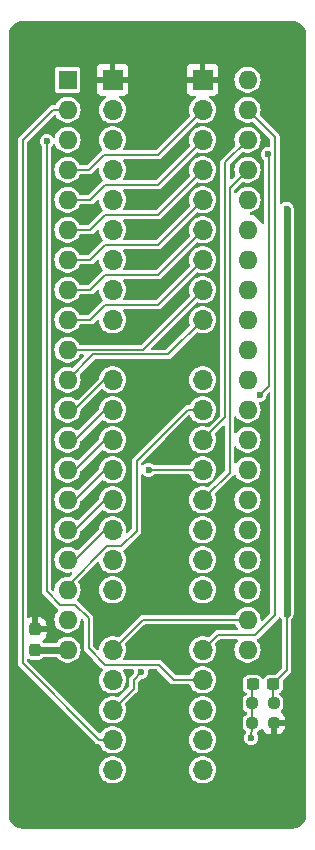
<source format=gbr>
G04 #@! TF.GenerationSoftware,KiCad,Pcbnew,8.0.4+dfsg-1*
G04 #@! TF.CreationDate,2025-03-02T15:20:18+09:00*
G04 #@! TF.ProjectId,bionic-tms9981,62696f6e-6963-42d7-946d-73393938312e,4*
G04 #@! TF.SameCoordinates,Original*
G04 #@! TF.FileFunction,Copper,L2,Bot*
G04 #@! TF.FilePolarity,Positive*
%FSLAX46Y46*%
G04 Gerber Fmt 4.6, Leading zero omitted, Abs format (unit mm)*
G04 Created by KiCad (PCBNEW 8.0.4+dfsg-1) date 2025-03-02 15:20:18*
%MOMM*%
%LPD*%
G01*
G04 APERTURE LIST*
G04 Aperture macros list*
%AMRoundRect*
0 Rectangle with rounded corners*
0 $1 Rounding radius*
0 $2 $3 $4 $5 $6 $7 $8 $9 X,Y pos of 4 corners*
0 Add a 4 corners polygon primitive as box body*
4,1,4,$2,$3,$4,$5,$6,$7,$8,$9,$2,$3,0*
0 Add four circle primitives for the rounded corners*
1,1,$1+$1,$2,$3*
1,1,$1+$1,$4,$5*
1,1,$1+$1,$6,$7*
1,1,$1+$1,$8,$9*
0 Add four rect primitives between the rounded corners*
20,1,$1+$1,$2,$3,$4,$5,0*
20,1,$1+$1,$4,$5,$6,$7,0*
20,1,$1+$1,$6,$7,$8,$9,0*
20,1,$1+$1,$8,$9,$2,$3,0*%
G04 Aperture macros list end*
G04 #@! TA.AperFunction,ComponentPad*
%ADD10R,1.600000X1.600000*%
G04 #@! TD*
G04 #@! TA.AperFunction,ComponentPad*
%ADD11O,1.600000X1.600000*%
G04 #@! TD*
G04 #@! TA.AperFunction,ComponentPad*
%ADD12R,1.700000X1.700000*%
G04 #@! TD*
G04 #@! TA.AperFunction,ComponentPad*
%ADD13O,1.700000X1.700000*%
G04 #@! TD*
G04 #@! TA.AperFunction,SMDPad,CuDef*
%ADD14RoundRect,0.237500X-0.250000X-0.237500X0.250000X-0.237500X0.250000X0.237500X-0.250000X0.237500X0*%
G04 #@! TD*
G04 #@! TA.AperFunction,SMDPad,CuDef*
%ADD15RoundRect,0.237500X0.300000X0.237500X-0.300000X0.237500X-0.300000X-0.237500X0.300000X-0.237500X0*%
G04 #@! TD*
G04 #@! TA.AperFunction,SMDPad,CuDef*
%ADD16RoundRect,0.237500X0.237500X-0.300000X0.237500X0.300000X-0.237500X0.300000X-0.237500X-0.300000X0*%
G04 #@! TD*
G04 #@! TA.AperFunction,SMDPad,CuDef*
%ADD17RoundRect,0.237500X0.250000X0.237500X-0.250000X0.237500X-0.250000X-0.237500X0.250000X-0.237500X0*%
G04 #@! TD*
G04 #@! TA.AperFunction,ViaPad*
%ADD18C,0.600000*%
G04 #@! TD*
G04 #@! TA.AperFunction,Conductor*
%ADD19C,0.600000*%
G04 #@! TD*
G04 #@! TA.AperFunction,Conductor*
%ADD20C,0.200000*%
G04 #@! TD*
G04 APERTURE END LIST*
D10*
X106080000Y-75080000D03*
D11*
X106080000Y-77620000D03*
X106080000Y-80160000D03*
X106080000Y-82700000D03*
X106080000Y-85240000D03*
X106080000Y-87780000D03*
X106080000Y-90320000D03*
X106080000Y-92860000D03*
X106080000Y-95400000D03*
X106080000Y-97940000D03*
X106080000Y-100480000D03*
X106080000Y-103020000D03*
X106080000Y-105560000D03*
X106080000Y-108100000D03*
X106080000Y-110640000D03*
X106080000Y-113180000D03*
X106080000Y-115720000D03*
X106080000Y-118260000D03*
X106080000Y-120800000D03*
X106080000Y-123340000D03*
X121320000Y-123340000D03*
X121320000Y-120800000D03*
X121320000Y-118260000D03*
X121320000Y-115720000D03*
X121320000Y-113180000D03*
X121320000Y-110640000D03*
X121320000Y-108100000D03*
X121320000Y-105560000D03*
X121320000Y-103020000D03*
X121320000Y-100480000D03*
X121320000Y-97940000D03*
X121320000Y-95400000D03*
X121320000Y-92860000D03*
X121320000Y-90320000D03*
X121320000Y-87780000D03*
X121320000Y-85240000D03*
X121320000Y-82700000D03*
X121320000Y-80160000D03*
X121320000Y-77620000D03*
X121320000Y-75080000D03*
D12*
X109890000Y-75080000D03*
D13*
X109890000Y-77620000D03*
X109890000Y-80160000D03*
X109890000Y-82700000D03*
X109890000Y-85240000D03*
X109890000Y-87780000D03*
X109890000Y-90320000D03*
X109890000Y-92860000D03*
X109890000Y-95400000D03*
X109890000Y-100480000D03*
X109890000Y-103020000D03*
X109890000Y-105560000D03*
X109890000Y-108100000D03*
X109890000Y-110640000D03*
X109890000Y-113180000D03*
X109890000Y-115720000D03*
X109890000Y-118260000D03*
X109890000Y-123340000D03*
X109890000Y-125880000D03*
X109890000Y-128420000D03*
X109890000Y-130960000D03*
X109890000Y-133500000D03*
D14*
X121702900Y-129537600D03*
X123527900Y-129537600D03*
D15*
X123477900Y-126261000D03*
X121752900Y-126261000D03*
D13*
X117510000Y-133500000D03*
X117510000Y-130960000D03*
X117510000Y-128420000D03*
X117510000Y-125880000D03*
X117510000Y-123340000D03*
X117510000Y-118260000D03*
X117510000Y-115720000D03*
X117510000Y-113180000D03*
X117510000Y-110640000D03*
X117510000Y-108100000D03*
X117510000Y-105560000D03*
X117510000Y-103020000D03*
X117510000Y-100480000D03*
X117510000Y-95400000D03*
X117510000Y-92860000D03*
X117510000Y-90320000D03*
X117510000Y-87780000D03*
X117510000Y-85240000D03*
X117510000Y-82700000D03*
X117510000Y-80160000D03*
X117510000Y-77620000D03*
D12*
X117510000Y-75080000D03*
D16*
X103336800Y-123338900D03*
X103336800Y-121613900D03*
D17*
X123527900Y-127886600D03*
X121702900Y-127886600D03*
D18*
X121218400Y-133728600D03*
X102651000Y-71778000D03*
X103540000Y-133119000D03*
X113700000Y-118641000D03*
X113700000Y-132357000D03*
X103286000Y-120038000D03*
X105826000Y-129182000D03*
X113700000Y-113688000D03*
X103286000Y-83970000D03*
X125790400Y-113840400D03*
X125028400Y-133779400D03*
X123047200Y-81379200D03*
X122336000Y-101750000D03*
X104321000Y-80287000D03*
X112938000Y-108100000D03*
X112303000Y-125245000D03*
X124622000Y-120292000D03*
X124622000Y-86002000D03*
X121624800Y-130807600D03*
D19*
X103337900Y-123340000D02*
X103336800Y-123338900D01*
X103337400Y-123339500D02*
X103336800Y-123338900D01*
X103337500Y-123339500D02*
X103337400Y-123339500D01*
X106080000Y-123340000D02*
X103337900Y-123340000D01*
D20*
X102270000Y-124483000D02*
X108747000Y-130960000D01*
X104810000Y-77620000D02*
X102270000Y-80160000D01*
X106080000Y-77620000D02*
X104810000Y-77620000D01*
X108747000Y-130960000D02*
X109890000Y-130960000D01*
X102270000Y-80160000D02*
X102270000Y-124483000D01*
X117510000Y-92860000D02*
X112430000Y-97940000D01*
X112430000Y-97940000D02*
X106080000Y-97940000D01*
X114570000Y-98340000D02*
X108220000Y-98340000D01*
X108220000Y-98340000D02*
X106080000Y-100480000D01*
X117510000Y-95400000D02*
X114570000Y-98340000D01*
X107985000Y-95400000D02*
X106080000Y-95400000D01*
X117510000Y-90320000D02*
X113700000Y-94130000D01*
X113700000Y-94130000D02*
X109255000Y-94130000D01*
X109255000Y-94130000D02*
X107985000Y-95400000D01*
X113700000Y-91590000D02*
X109255000Y-91590000D01*
X107985000Y-92860000D02*
X106080000Y-92860000D01*
X117510000Y-87780000D02*
X113700000Y-91590000D01*
X109255000Y-91590000D02*
X107985000Y-92860000D01*
X107985000Y-90320000D02*
X109255000Y-89050000D01*
X113700000Y-89050000D02*
X117510000Y-85240000D01*
X109255000Y-89050000D02*
X113700000Y-89050000D01*
X106080000Y-90320000D02*
X107985000Y-90320000D01*
X107985000Y-87780000D02*
X106080000Y-87780000D01*
X117510000Y-82700000D02*
X113700000Y-86510000D01*
X113700000Y-86510000D02*
X109255000Y-86510000D01*
X109255000Y-86510000D02*
X107985000Y-87780000D01*
X117510000Y-80160000D02*
X113700000Y-83970000D01*
X107985000Y-85240000D02*
X106080000Y-85240000D01*
X113700000Y-83970000D02*
X109255000Y-83970000D01*
X109255000Y-83970000D02*
X107985000Y-85240000D01*
X107858000Y-82700000D02*
X106080000Y-82700000D01*
X113700000Y-81430000D02*
X109128000Y-81430000D01*
X109128000Y-81430000D02*
X107858000Y-82700000D01*
X117510000Y-77620000D02*
X113700000Y-81430000D01*
X106715000Y-113180000D02*
X106080000Y-113180000D01*
X109255000Y-110640000D02*
X106715000Y-113180000D01*
X109890000Y-110640000D02*
X109255000Y-110640000D01*
X109255000Y-113180000D02*
X106715000Y-115720000D01*
X106715000Y-115720000D02*
X106080000Y-115720000D01*
X109890000Y-113180000D02*
X109255000Y-113180000D01*
X123047200Y-81379200D02*
X123098000Y-81430000D01*
X123098000Y-100988000D02*
X122336000Y-101750000D01*
X123098000Y-81430000D02*
X123098000Y-100988000D01*
X119396000Y-103674000D02*
X117792843Y-105277157D01*
X121320000Y-80160000D02*
X119396000Y-82084000D01*
X119396000Y-82084000D02*
X119396000Y-103674000D01*
X106715000Y-110640000D02*
X106080000Y-110640000D01*
X109890000Y-108100000D02*
X109255000Y-108100000D01*
X109255000Y-108100000D02*
X106715000Y-110640000D01*
X106715000Y-108100000D02*
X106080000Y-108100000D01*
X109890000Y-105560000D02*
X109255000Y-105560000D01*
X109255000Y-105560000D02*
X106715000Y-108100000D01*
X106715000Y-105560000D02*
X106080000Y-105560000D01*
X109255000Y-103020000D02*
X106715000Y-105560000D01*
X109890000Y-103020000D02*
X109255000Y-103020000D01*
X109890000Y-100480000D02*
X109191500Y-100480000D01*
X109191500Y-100480000D02*
X106651500Y-103020000D01*
X106651500Y-103020000D02*
X106080000Y-103020000D01*
X104321000Y-80287000D02*
X104321000Y-118406000D01*
X106705635Y-119530000D02*
X107858000Y-120682365D01*
X107858000Y-120682365D02*
X107858000Y-123213000D01*
X109255000Y-124610000D02*
X113827000Y-124610000D01*
X113827000Y-124610000D02*
X115097000Y-125880000D01*
X107858000Y-123213000D02*
X109255000Y-124610000D01*
X115097000Y-125880000D02*
X117510000Y-125880000D01*
X104321000Y-118406000D02*
X105445000Y-119530000D01*
X105445000Y-119530000D02*
X106705635Y-119530000D01*
X112938000Y-108100000D02*
X117510000Y-108100000D01*
X112430000Y-120800000D02*
X109890000Y-123340000D01*
X121320000Y-120800000D02*
X112430000Y-120800000D01*
X111668000Y-125880000D02*
X111668000Y-126642000D01*
X112303000Y-125245000D02*
X111668000Y-125880000D01*
X111668000Y-126642000D02*
X109890000Y-128420000D01*
X119796000Y-108354002D02*
X117792843Y-110357159D01*
X121320000Y-82700000D02*
X119796000Y-84224000D01*
X119796000Y-84224000D02*
X119796000Y-108354002D01*
X110634346Y-114570000D02*
X109413654Y-114570000D01*
X116240000Y-103020000D02*
X111922000Y-107338000D01*
X111922000Y-113282346D02*
X110634346Y-114570000D01*
X106080000Y-117903654D02*
X106080000Y-118260000D01*
X109413654Y-114570000D02*
X106080000Y-117903654D01*
X117510000Y-103020000D02*
X116240000Y-103020000D01*
X111922000Y-107338000D02*
X111922000Y-113282346D01*
X123647200Y-79947200D02*
X123647200Y-120377800D01*
X121320000Y-77620000D02*
X123647200Y-79947200D01*
X118780000Y-122070000D02*
X117510000Y-123340000D01*
X123647200Y-120377800D02*
X121955000Y-122070000D01*
X121955000Y-122070000D02*
X118780000Y-122070000D01*
X124622000Y-125091500D02*
X123502500Y-126211000D01*
D19*
X124622000Y-86002000D02*
X124622000Y-120292000D01*
D20*
X123502500Y-126211000D02*
X123502500Y-127886600D01*
X124622000Y-120292000D02*
X124622000Y-125091500D01*
X121727500Y-126286400D02*
X121752900Y-126261000D01*
X121624800Y-130350400D02*
X121727500Y-130247700D01*
X121727500Y-130247700D02*
X121727500Y-126286400D01*
X121624800Y-130807600D02*
X121624800Y-130350400D01*
G04 #@! TA.AperFunction,Conductor*
G36*
X125134309Y-70100877D02*
G01*
X125324457Y-70117512D01*
X125341437Y-70120505D01*
X125521635Y-70168789D01*
X125537839Y-70174687D01*
X125706902Y-70253523D01*
X125721842Y-70262149D01*
X125874641Y-70369140D01*
X125887861Y-70380232D01*
X126019767Y-70512138D01*
X126030859Y-70525358D01*
X126137850Y-70678157D01*
X126146478Y-70693101D01*
X126225308Y-70862151D01*
X126231211Y-70878368D01*
X126279492Y-71058555D01*
X126282488Y-71075550D01*
X126299123Y-71265690D01*
X126299500Y-71274318D01*
X126299500Y-137305681D01*
X126299123Y-137314309D01*
X126282488Y-137504449D01*
X126279492Y-137521444D01*
X126231211Y-137701631D01*
X126225308Y-137717848D01*
X126146478Y-137886898D01*
X126137850Y-137901842D01*
X126030859Y-138054641D01*
X126019767Y-138067861D01*
X125887861Y-138199767D01*
X125874641Y-138210859D01*
X125721842Y-138317850D01*
X125706898Y-138326478D01*
X125537848Y-138405308D01*
X125521631Y-138411211D01*
X125341444Y-138459492D01*
X125324449Y-138462488D01*
X125134309Y-138479123D01*
X125125681Y-138479500D01*
X102274319Y-138479500D01*
X102265691Y-138479123D01*
X102075550Y-138462488D01*
X102058555Y-138459492D01*
X101878368Y-138411211D01*
X101862154Y-138405309D01*
X101693100Y-138326477D01*
X101678157Y-138317850D01*
X101525358Y-138210859D01*
X101512138Y-138199767D01*
X101380232Y-138067861D01*
X101369140Y-138054641D01*
X101262149Y-137901842D01*
X101253523Y-137886902D01*
X101174687Y-137717839D01*
X101168788Y-137701631D01*
X101149843Y-137630926D01*
X101120505Y-137521437D01*
X101117512Y-137504457D01*
X101100877Y-137314309D01*
X101100500Y-137305681D01*
X101100500Y-133500000D01*
X108734571Y-133500000D01*
X108754244Y-133712310D01*
X108812595Y-133917389D01*
X108907634Y-134108255D01*
X109036128Y-134278407D01*
X109036135Y-134278413D01*
X109193692Y-134422047D01*
X109193699Y-134422053D01*
X109297389Y-134486255D01*
X109374981Y-134534298D01*
X109573802Y-134611321D01*
X109783390Y-134650500D01*
X109996610Y-134650500D01*
X110206198Y-134611321D01*
X110405019Y-134534298D01*
X110586302Y-134422052D01*
X110743872Y-134278407D01*
X110872366Y-134108255D01*
X110967405Y-133917389D01*
X111025756Y-133712310D01*
X111045429Y-133500000D01*
X116354571Y-133500000D01*
X116374244Y-133712310D01*
X116432595Y-133917389D01*
X116527634Y-134108255D01*
X116656128Y-134278407D01*
X116656135Y-134278413D01*
X116813692Y-134422047D01*
X116813699Y-134422053D01*
X116917389Y-134486255D01*
X116994981Y-134534298D01*
X117193802Y-134611321D01*
X117403390Y-134650500D01*
X117616610Y-134650500D01*
X117826198Y-134611321D01*
X118025019Y-134534298D01*
X118206302Y-134422052D01*
X118363872Y-134278407D01*
X118492366Y-134108255D01*
X118587405Y-133917389D01*
X118645756Y-133712310D01*
X118665429Y-133500000D01*
X118645756Y-133287690D01*
X118587405Y-133082611D01*
X118492366Y-132891745D01*
X118363872Y-132721593D01*
X118309623Y-132672139D01*
X118206307Y-132577952D01*
X118206300Y-132577946D01*
X118025024Y-132465705D01*
X118025019Y-132465702D01*
X117826195Y-132388678D01*
X117616610Y-132349500D01*
X117403390Y-132349500D01*
X117193804Y-132388678D01*
X116994980Y-132465702D01*
X116994975Y-132465705D01*
X116813699Y-132577946D01*
X116813692Y-132577952D01*
X116656135Y-132721586D01*
X116656131Y-132721589D01*
X116656128Y-132721593D01*
X116656125Y-132721597D01*
X116527635Y-132891743D01*
X116527630Y-132891752D01*
X116432596Y-133082608D01*
X116374244Y-133287688D01*
X116374244Y-133287690D01*
X116354571Y-133500000D01*
X111045429Y-133500000D01*
X111025756Y-133287690D01*
X110967405Y-133082611D01*
X110872366Y-132891745D01*
X110743872Y-132721593D01*
X110689623Y-132672139D01*
X110586307Y-132577952D01*
X110586300Y-132577946D01*
X110405024Y-132465705D01*
X110405019Y-132465702D01*
X110206195Y-132388678D01*
X109996610Y-132349500D01*
X109783390Y-132349500D01*
X109573804Y-132388678D01*
X109374980Y-132465702D01*
X109374975Y-132465705D01*
X109193699Y-132577946D01*
X109193692Y-132577952D01*
X109036135Y-132721586D01*
X109036131Y-132721589D01*
X109036128Y-132721593D01*
X109036125Y-132721597D01*
X108907635Y-132891743D01*
X108907630Y-132891752D01*
X108812596Y-133082608D01*
X108754244Y-133287688D01*
X108754244Y-133287690D01*
X108734571Y-133500000D01*
X101100500Y-133500000D01*
X101100500Y-80107273D01*
X101869500Y-80107273D01*
X101869500Y-124430273D01*
X101869500Y-124535727D01*
X101893570Y-124625559D01*
X101896794Y-124637592D01*
X101949516Y-124728908D01*
X101949518Y-124728910D01*
X101949520Y-124728913D01*
X108501087Y-131280480D01*
X108501089Y-131280481D01*
X108501091Y-131280483D01*
X108592408Y-131333205D01*
X108592406Y-131333205D01*
X108592410Y-131333206D01*
X108592412Y-131333207D01*
X108694273Y-131360500D01*
X108742887Y-131360500D01*
X108801078Y-131379407D01*
X108831508Y-131415372D01*
X108907634Y-131568255D01*
X109036128Y-131738407D01*
X109036135Y-131738413D01*
X109193692Y-131882047D01*
X109193699Y-131882053D01*
X109297389Y-131946255D01*
X109374981Y-131994298D01*
X109573802Y-132071321D01*
X109783390Y-132110500D01*
X109996610Y-132110500D01*
X110206198Y-132071321D01*
X110405019Y-131994298D01*
X110586302Y-131882052D01*
X110743872Y-131738407D01*
X110872366Y-131568255D01*
X110967405Y-131377389D01*
X111025756Y-131172310D01*
X111045429Y-130960000D01*
X116354571Y-130960000D01*
X116374244Y-131172310D01*
X116432595Y-131377389D01*
X116527634Y-131568255D01*
X116656128Y-131738407D01*
X116656135Y-131738413D01*
X116813692Y-131882047D01*
X116813699Y-131882053D01*
X116917389Y-131946255D01*
X116994981Y-131994298D01*
X117193802Y-132071321D01*
X117403390Y-132110500D01*
X117616610Y-132110500D01*
X117826198Y-132071321D01*
X118025019Y-131994298D01*
X118206302Y-131882052D01*
X118363872Y-131738407D01*
X118492366Y-131568255D01*
X118587405Y-131377389D01*
X118645756Y-131172310D01*
X118665429Y-130960000D01*
X118645756Y-130747690D01*
X118587405Y-130542611D01*
X118492366Y-130351745D01*
X118363872Y-130181593D01*
X118209933Y-130041258D01*
X118206307Y-130037952D01*
X118206300Y-130037946D01*
X118025024Y-129925705D01*
X118025019Y-129925702D01*
X118023847Y-129925248D01*
X117826198Y-129848679D01*
X117826197Y-129848678D01*
X117826195Y-129848678D01*
X117616610Y-129809500D01*
X117403390Y-129809500D01*
X117193804Y-129848678D01*
X116994980Y-129925702D01*
X116994975Y-129925705D01*
X116813699Y-130037946D01*
X116813692Y-130037952D01*
X116656135Y-130181586D01*
X116656131Y-130181589D01*
X116656128Y-130181593D01*
X116656125Y-130181597D01*
X116527635Y-130351743D01*
X116527630Y-130351752D01*
X116432596Y-130542608D01*
X116374244Y-130747688D01*
X116374244Y-130747690D01*
X116354571Y-130960000D01*
X111045429Y-130960000D01*
X111025756Y-130747690D01*
X110967405Y-130542611D01*
X110872366Y-130351745D01*
X110743872Y-130181593D01*
X110589933Y-130041258D01*
X110586307Y-130037952D01*
X110586300Y-130037946D01*
X110405024Y-129925705D01*
X110405019Y-129925702D01*
X110403847Y-129925248D01*
X110206198Y-129848679D01*
X110206197Y-129848678D01*
X110206195Y-129848678D01*
X109996610Y-129809500D01*
X109783390Y-129809500D01*
X109573804Y-129848678D01*
X109374980Y-129925702D01*
X109374975Y-129925705D01*
X109193699Y-130037946D01*
X109193692Y-130037952D01*
X109036135Y-130181586D01*
X109036119Y-130181603D01*
X108907641Y-130351733D01*
X108907634Y-130351745D01*
X108904520Y-130358000D01*
X108901652Y-130363759D01*
X108858788Y-130407421D01*
X108798447Y-130417550D01*
X108743677Y-130390277D01*
X108743027Y-130389634D01*
X102699496Y-124346103D01*
X102671719Y-124291586D01*
X102670500Y-124276099D01*
X102670500Y-124188247D01*
X102689407Y-124130056D01*
X102738907Y-124094092D01*
X102800093Y-124094092D01*
X102829319Y-124109363D01*
X102833142Y-124112262D01*
X102970723Y-124166517D01*
X103057182Y-124176900D01*
X103057184Y-124176900D01*
X103616416Y-124176900D01*
X103616418Y-124176900D01*
X103702877Y-124166517D01*
X103840458Y-124112262D01*
X103958300Y-124022900D01*
X103991074Y-123979680D01*
X104041301Y-123944738D01*
X104069958Y-123940500D01*
X105105137Y-123940500D01*
X105163328Y-123959407D01*
X105184138Y-123979836D01*
X105263236Y-124084579D01*
X105413959Y-124221981D01*
X105587363Y-124329348D01*
X105777544Y-124403024D01*
X105978024Y-124440500D01*
X106181976Y-124440500D01*
X106382456Y-124403024D01*
X106572637Y-124329348D01*
X106746041Y-124221981D01*
X106896764Y-124084579D01*
X107019673Y-123921821D01*
X107110582Y-123739250D01*
X107166397Y-123543083D01*
X107185215Y-123340000D01*
X107166397Y-123136917D01*
X107110582Y-122940750D01*
X107019673Y-122758179D01*
X106896764Y-122595421D01*
X106746041Y-122458019D01*
X106572637Y-122350652D01*
X106382456Y-122276976D01*
X106382455Y-122276975D01*
X106382453Y-122276975D01*
X106181976Y-122239500D01*
X105978024Y-122239500D01*
X105777546Y-122276975D01*
X105737353Y-122292546D01*
X105587363Y-122350652D01*
X105478676Y-122417948D01*
X105413959Y-122458019D01*
X105313570Y-122549536D01*
X105263236Y-122595421D01*
X105184139Y-122700162D01*
X105133984Y-122735204D01*
X105105137Y-122739500D01*
X104071626Y-122739500D01*
X104013435Y-122720593D01*
X103992745Y-122700323D01*
X103966633Y-122665890D01*
X103946540Y-122608102D01*
X103964251Y-122549536D01*
X103993548Y-122521812D01*
X104034835Y-122496346D01*
X104156746Y-122374435D01*
X104247251Y-122227706D01*
X104301481Y-122064048D01*
X104311800Y-121963055D01*
X104311800Y-121863901D01*
X104311799Y-121863900D01*
X103185800Y-121863900D01*
X103127609Y-121844993D01*
X103091645Y-121795493D01*
X103086800Y-121764900D01*
X103086800Y-120576401D01*
X103586800Y-120576401D01*
X103586800Y-121363899D01*
X103586801Y-121363900D01*
X104311798Y-121363900D01*
X104311799Y-121363899D01*
X104311799Y-121264745D01*
X104301482Y-121163757D01*
X104301479Y-121163745D01*
X104247251Y-121000093D01*
X104156746Y-120853364D01*
X104034835Y-120731453D01*
X103888106Y-120640948D01*
X103724448Y-120586718D01*
X103623455Y-120576400D01*
X103586801Y-120576400D01*
X103586800Y-120576401D01*
X103086800Y-120576401D01*
X103086800Y-120576400D01*
X103050157Y-120576400D01*
X103050151Y-120576401D01*
X102949157Y-120586717D01*
X102949145Y-120586720D01*
X102800640Y-120635929D01*
X102739455Y-120636285D01*
X102689747Y-120600609D01*
X102670502Y-120542530D01*
X102670500Y-120541954D01*
X102670500Y-80366901D01*
X102689407Y-80308710D01*
X102699496Y-80296897D01*
X102709394Y-80286999D01*
X103715318Y-80286999D01*
X103715318Y-80287000D01*
X103735955Y-80443758D01*
X103735957Y-80443766D01*
X103796462Y-80589838D01*
X103796462Y-80589839D01*
X103896668Y-80720431D01*
X103895283Y-80721493D01*
X103919279Y-80768569D01*
X103920500Y-80784071D01*
X103920500Y-118353273D01*
X103920500Y-118458727D01*
X103924140Y-118472311D01*
X103947794Y-118560592D01*
X104000516Y-118651908D01*
X104000518Y-118651910D01*
X104000520Y-118651913D01*
X105199087Y-119850480D01*
X105199089Y-119850481D01*
X105199091Y-119850483D01*
X105258756Y-119884931D01*
X105299697Y-119930400D01*
X105306093Y-119991251D01*
X105275954Y-120043827D01*
X105263238Y-120055419D01*
X105140328Y-120218177D01*
X105140323Y-120218186D01*
X105050040Y-120399500D01*
X105049418Y-120400750D01*
X104993603Y-120596917D01*
X104974785Y-120800000D01*
X104993603Y-121003083D01*
X105049418Y-121199250D01*
X105140327Y-121381821D01*
X105263236Y-121544579D01*
X105413959Y-121681981D01*
X105587363Y-121789348D01*
X105777544Y-121863024D01*
X105978024Y-121900500D01*
X106181976Y-121900500D01*
X106382456Y-121863024D01*
X106572637Y-121789348D01*
X106746041Y-121681981D01*
X106896764Y-121544579D01*
X107019673Y-121381821D01*
X107110582Y-121199250D01*
X107166397Y-121003083D01*
X107184755Y-120804960D01*
X107208950Y-120748766D01*
X107261557Y-120717522D01*
X107322481Y-120723168D01*
X107353336Y-120744094D01*
X107428504Y-120819262D01*
X107456281Y-120873779D01*
X107457500Y-120889266D01*
X107457500Y-123160273D01*
X107457500Y-123265727D01*
X107466054Y-123297651D01*
X107484794Y-123367592D01*
X107537516Y-123458908D01*
X107537517Y-123458909D01*
X107537518Y-123458910D01*
X107537520Y-123458913D01*
X108245123Y-124166516D01*
X108934519Y-124855912D01*
X108934520Y-124855913D01*
X108934519Y-124855913D01*
X109004214Y-124925607D01*
X109009087Y-124930480D01*
X109023318Y-124938696D01*
X109064258Y-124984164D01*
X109070655Y-125045014D01*
X109040517Y-125097591D01*
X109036131Y-125101589D01*
X109036128Y-125101592D01*
X108907640Y-125271736D01*
X108907630Y-125271752D01*
X108812596Y-125462608D01*
X108754244Y-125667688D01*
X108737175Y-125851901D01*
X108734571Y-125880000D01*
X108754244Y-126092310D01*
X108812595Y-126297389D01*
X108907634Y-126488255D01*
X109036128Y-126658407D01*
X109036135Y-126658413D01*
X109193692Y-126802047D01*
X109193699Y-126802053D01*
X109297389Y-126866255D01*
X109374981Y-126914298D01*
X109573802Y-126991321D01*
X109783390Y-127030500D01*
X109996610Y-127030500D01*
X110206198Y-126991321D01*
X110405019Y-126914298D01*
X110586302Y-126802052D01*
X110743872Y-126658407D01*
X110872366Y-126488255D01*
X110967405Y-126297389D01*
X111025756Y-126092310D01*
X111045429Y-125880000D01*
X111025756Y-125667690D01*
X110967405Y-125462611D01*
X110872366Y-125271745D01*
X110794896Y-125169159D01*
X110774918Y-125111330D01*
X110792747Y-125052799D01*
X110841573Y-125015927D01*
X110873901Y-125010500D01*
X111615303Y-125010500D01*
X111673494Y-125029407D01*
X111709458Y-125078907D01*
X111713455Y-125122420D01*
X111699509Y-125228350D01*
X111696471Y-125251433D01*
X111694743Y-125251205D01*
X111678411Y-125301472D01*
X111668322Y-125313284D01*
X111347520Y-125634086D01*
X111347516Y-125634091D01*
X111294793Y-125725411D01*
X111294792Y-125725411D01*
X111294793Y-125725412D01*
X111267500Y-125827273D01*
X111267500Y-126435098D01*
X111248593Y-126493289D01*
X111238504Y-126505102D01*
X110416673Y-127326932D01*
X110362156Y-127354709D01*
X110310907Y-127349243D01*
X110206198Y-127308679D01*
X110206197Y-127308678D01*
X110206195Y-127308678D01*
X109996610Y-127269500D01*
X109783390Y-127269500D01*
X109573804Y-127308678D01*
X109374980Y-127385702D01*
X109374975Y-127385705D01*
X109193699Y-127497946D01*
X109193692Y-127497952D01*
X109036135Y-127641586D01*
X109036131Y-127641589D01*
X109036128Y-127641593D01*
X109036125Y-127641597D01*
X108907635Y-127811743D01*
X108907630Y-127811752D01*
X108812596Y-128002608D01*
X108754244Y-128207688D01*
X108734571Y-128420000D01*
X108754244Y-128632311D01*
X108757160Y-128642559D01*
X108812595Y-128837389D01*
X108907634Y-129028255D01*
X109036128Y-129198407D01*
X109036135Y-129198413D01*
X109193692Y-129342047D01*
X109193699Y-129342053D01*
X109265645Y-129386600D01*
X109374981Y-129454298D01*
X109573802Y-129531321D01*
X109783390Y-129570500D01*
X109996610Y-129570500D01*
X110206198Y-129531321D01*
X110405019Y-129454298D01*
X110586302Y-129342052D01*
X110743872Y-129198407D01*
X110872366Y-129028255D01*
X110967405Y-128837389D01*
X111025756Y-128632310D01*
X111045429Y-128420000D01*
X116354571Y-128420000D01*
X116374244Y-128632311D01*
X116377160Y-128642559D01*
X116432595Y-128837389D01*
X116527634Y-129028255D01*
X116656128Y-129198407D01*
X116656135Y-129198413D01*
X116813692Y-129342047D01*
X116813699Y-129342053D01*
X116885645Y-129386600D01*
X116994981Y-129454298D01*
X117193802Y-129531321D01*
X117403390Y-129570500D01*
X117616610Y-129570500D01*
X117826198Y-129531321D01*
X118025019Y-129454298D01*
X118206302Y-129342052D01*
X118363872Y-129198407D01*
X118492366Y-129028255D01*
X118587405Y-128837389D01*
X118645756Y-128632310D01*
X118665429Y-128420000D01*
X118645756Y-128207690D01*
X118587405Y-128002611D01*
X118492366Y-127811745D01*
X118363872Y-127641593D01*
X118309623Y-127592139D01*
X118206307Y-127497952D01*
X118206300Y-127497946D01*
X118025024Y-127385705D01*
X118025019Y-127385702D01*
X117945016Y-127354709D01*
X117826198Y-127308679D01*
X117826197Y-127308678D01*
X117826195Y-127308678D01*
X117616610Y-127269500D01*
X117403390Y-127269500D01*
X117193804Y-127308678D01*
X116994980Y-127385702D01*
X116994975Y-127385705D01*
X116813699Y-127497946D01*
X116813692Y-127497952D01*
X116656135Y-127641586D01*
X116656131Y-127641589D01*
X116656128Y-127641593D01*
X116656125Y-127641597D01*
X116527635Y-127811743D01*
X116527630Y-127811752D01*
X116432596Y-128002608D01*
X116374244Y-128207688D01*
X116354571Y-128420000D01*
X111045429Y-128420000D01*
X111025756Y-128207690D01*
X110967405Y-128002611D01*
X110967401Y-128002604D01*
X110965752Y-127998344D01*
X110967132Y-127997809D01*
X110959019Y-127943364D01*
X110986648Y-127889742D01*
X111913910Y-126962481D01*
X111913913Y-126962480D01*
X111988480Y-126887913D01*
X112041207Y-126796587D01*
X112068501Y-126694727D01*
X112068501Y-126589273D01*
X112068501Y-126583211D01*
X112068500Y-126583193D01*
X112068500Y-126086900D01*
X112087407Y-126028709D01*
X112097496Y-126016896D01*
X112234714Y-125879678D01*
X112289231Y-125851901D01*
X112300447Y-125851018D01*
X112302999Y-125850681D01*
X112303000Y-125850682D01*
X112459762Y-125830044D01*
X112605841Y-125769536D01*
X112731282Y-125673282D01*
X112827536Y-125547841D01*
X112888044Y-125401762D01*
X112908682Y-125245000D01*
X112892544Y-125122420D01*
X112903694Y-125062262D01*
X112948076Y-125020144D01*
X112990697Y-125010500D01*
X113620099Y-125010500D01*
X113678290Y-125029407D01*
X113690103Y-125039496D01*
X114851087Y-126200480D01*
X114851089Y-126200481D01*
X114851090Y-126200482D01*
X114851091Y-126200483D01*
X114942408Y-126253205D01*
X114942406Y-126253205D01*
X114942410Y-126253206D01*
X114942412Y-126253207D01*
X115044273Y-126280500D01*
X116362887Y-126280500D01*
X116421078Y-126299407D01*
X116451508Y-126335372D01*
X116527634Y-126488255D01*
X116656128Y-126658407D01*
X116656135Y-126658413D01*
X116813692Y-126802047D01*
X116813699Y-126802053D01*
X116917389Y-126866255D01*
X116994981Y-126914298D01*
X117193802Y-126991321D01*
X117403390Y-127030500D01*
X117616610Y-127030500D01*
X117826198Y-126991321D01*
X118025019Y-126914298D01*
X118206302Y-126802052D01*
X118363872Y-126658407D01*
X118492366Y-126488255D01*
X118587405Y-126297389D01*
X118645756Y-126092310D01*
X118665429Y-125880000D01*
X118645756Y-125667690D01*
X118587405Y-125462611D01*
X118492366Y-125271745D01*
X118363872Y-125101593D01*
X118284688Y-125029407D01*
X118206307Y-124957952D01*
X118206300Y-124957946D01*
X118025024Y-124845705D01*
X118025019Y-124845702D01*
X117826195Y-124768678D01*
X117616610Y-124729500D01*
X117403390Y-124729500D01*
X117193804Y-124768678D01*
X116994980Y-124845702D01*
X116994975Y-124845705D01*
X116813699Y-124957946D01*
X116813692Y-124957952D01*
X116656135Y-125101586D01*
X116656131Y-125101589D01*
X116656128Y-125101593D01*
X116656125Y-125101597D01*
X116527635Y-125271743D01*
X116527630Y-125271752D01*
X116451508Y-125424628D01*
X116408646Y-125468290D01*
X116362887Y-125479500D01*
X115303901Y-125479500D01*
X115245710Y-125460593D01*
X115233897Y-125450504D01*
X114667992Y-124884599D01*
X114072913Y-124289520D01*
X114072910Y-124289518D01*
X114072909Y-124289517D01*
X114072908Y-124289516D01*
X113981591Y-124236794D01*
X113981593Y-124236794D01*
X113942070Y-124226204D01*
X113879727Y-124209500D01*
X113879725Y-124209500D01*
X110873901Y-124209500D01*
X110815710Y-124190593D01*
X110779746Y-124141093D01*
X110779746Y-124079907D01*
X110794897Y-124050839D01*
X110872366Y-123948255D01*
X110967405Y-123757389D01*
X111025756Y-123552310D01*
X111045429Y-123340000D01*
X111025756Y-123127690D01*
X110967405Y-122922611D01*
X110967401Y-122922604D01*
X110965752Y-122918344D01*
X110967132Y-122917809D01*
X110959019Y-122863364D01*
X110986648Y-122809743D01*
X112566897Y-121229496D01*
X112621414Y-121201719D01*
X112636901Y-121200500D01*
X120228742Y-121200500D01*
X120286933Y-121219407D01*
X120317362Y-121255371D01*
X120380327Y-121381821D01*
X120477759Y-121510842D01*
X120497737Y-121568670D01*
X120479908Y-121627201D01*
X120431082Y-121664073D01*
X120398754Y-121669500D01*
X118832727Y-121669500D01*
X118727273Y-121669500D01*
X118664929Y-121686204D01*
X118625407Y-121696794D01*
X118534091Y-121749516D01*
X118534086Y-121749520D01*
X118036672Y-122246932D01*
X117982156Y-122274709D01*
X117930907Y-122269243D01*
X117826198Y-122228679D01*
X117826197Y-122228678D01*
X117826195Y-122228678D01*
X117616610Y-122189500D01*
X117403390Y-122189500D01*
X117193804Y-122228678D01*
X116994980Y-122305702D01*
X116994975Y-122305705D01*
X116813699Y-122417946D01*
X116813692Y-122417952D01*
X116656135Y-122561586D01*
X116656131Y-122561589D01*
X116656128Y-122561593D01*
X116656125Y-122561597D01*
X116527635Y-122731743D01*
X116527630Y-122731752D01*
X116432596Y-122922608D01*
X116374244Y-123127688D01*
X116374244Y-123127690D01*
X116354571Y-123340000D01*
X116374244Y-123552310D01*
X116427434Y-123739252D01*
X116432596Y-123757391D01*
X116523772Y-123940500D01*
X116527634Y-123948255D01*
X116656128Y-124118407D01*
X116681013Y-124141093D01*
X116813692Y-124262047D01*
X116813699Y-124262053D01*
X116858055Y-124289517D01*
X116994981Y-124374298D01*
X117193802Y-124451321D01*
X117403390Y-124490500D01*
X117616610Y-124490500D01*
X117826198Y-124451321D01*
X118025019Y-124374298D01*
X118206302Y-124262052D01*
X118363872Y-124118407D01*
X118492366Y-123948255D01*
X118587405Y-123757389D01*
X118645756Y-123552310D01*
X118665429Y-123340000D01*
X118645756Y-123127690D01*
X118587405Y-122922611D01*
X118587401Y-122922604D01*
X118585752Y-122918344D01*
X118587129Y-122917810D01*
X118579021Y-122863350D01*
X118606649Y-122809742D01*
X118916897Y-122499496D01*
X118971413Y-122471719D01*
X118986900Y-122470500D01*
X120398754Y-122470500D01*
X120456945Y-122489407D01*
X120492909Y-122538907D01*
X120492909Y-122600093D01*
X120477760Y-122629155D01*
X120424140Y-122700161D01*
X120380328Y-122758177D01*
X120380323Y-122758186D01*
X120298450Y-122922611D01*
X120289418Y-122940750D01*
X120233603Y-123136917D01*
X120214785Y-123340000D01*
X120233603Y-123543083D01*
X120289418Y-123739250D01*
X120380327Y-123921821D01*
X120503236Y-124084579D01*
X120653959Y-124221981D01*
X120827363Y-124329348D01*
X121017544Y-124403024D01*
X121218024Y-124440500D01*
X121421976Y-124440500D01*
X121622456Y-124403024D01*
X121812637Y-124329348D01*
X121986041Y-124221981D01*
X122136764Y-124084579D01*
X122259673Y-123921821D01*
X122350582Y-123739250D01*
X122406397Y-123543083D01*
X122425215Y-123340000D01*
X122406397Y-123136917D01*
X122350582Y-122940750D01*
X122259673Y-122758179D01*
X122136764Y-122595421D01*
X122124047Y-122583828D01*
X122093782Y-122530654D01*
X122100552Y-122469844D01*
X122141241Y-122424931D01*
X122200913Y-122390480D01*
X123967680Y-120623713D01*
X123967681Y-120623710D01*
X123972268Y-120619124D01*
X123974302Y-120621158D01*
X124014802Y-120593267D01*
X124075968Y-120594810D01*
X124124546Y-120632010D01*
X124128743Y-120638655D01*
X124141480Y-120660716D01*
X124164973Y-120684209D01*
X124173498Y-120693931D01*
X124189304Y-120714530D01*
X124197670Y-120725433D01*
X124196284Y-120726495D01*
X124220279Y-120773569D01*
X124221500Y-120789071D01*
X124221500Y-124884599D01*
X124202593Y-124942790D01*
X124192504Y-124954603D01*
X123690603Y-125456504D01*
X123636086Y-125484281D01*
X123620599Y-125485500D01*
X123135779Y-125485500D01*
X123049320Y-125495883D01*
X122911741Y-125550138D01*
X122793903Y-125639497D01*
X122793897Y-125639503D01*
X122704538Y-125757341D01*
X122701696Y-125762397D01*
X122656697Y-125803854D01*
X122595924Y-125810944D01*
X122542590Y-125780959D01*
X122529104Y-125762397D01*
X122526261Y-125757341D01*
X122436900Y-125639500D01*
X122319058Y-125550138D01*
X122313226Y-125547838D01*
X122181479Y-125495883D01*
X122095020Y-125485500D01*
X122095018Y-125485500D01*
X121410782Y-125485500D01*
X121410779Y-125485500D01*
X121324320Y-125495883D01*
X121186741Y-125550138D01*
X121068903Y-125639497D01*
X121068897Y-125639503D01*
X120979538Y-125757341D01*
X120925283Y-125894920D01*
X120914900Y-125981379D01*
X120914900Y-126540620D01*
X120925283Y-126627079D01*
X120958399Y-126711054D01*
X120979538Y-126764658D01*
X121068900Y-126882500D01*
X121068903Y-126882502D01*
X121186740Y-126971861D01*
X121186741Y-126971861D01*
X121186742Y-126971862D01*
X121210790Y-126981345D01*
X121211697Y-126981703D01*
X121258894Y-127020640D01*
X121274190Y-127079882D01*
X121251743Y-127136802D01*
X121211697Y-127165897D01*
X121186740Y-127175738D01*
X121068903Y-127265097D01*
X121068897Y-127265103D01*
X120979538Y-127382941D01*
X120925283Y-127520520D01*
X120914900Y-127606979D01*
X120914900Y-128166220D01*
X120925283Y-128252679D01*
X120979538Y-128390258D01*
X121068900Y-128508100D01*
X121186742Y-128597462D01*
X121215118Y-128608652D01*
X121243901Y-128620003D01*
X121291098Y-128658939D01*
X121306395Y-128718182D01*
X121283949Y-128775101D01*
X121243901Y-128804197D01*
X121186741Y-128826738D01*
X121068903Y-128916097D01*
X121068897Y-128916103D01*
X120979538Y-129033941D01*
X120925283Y-129171520D01*
X120914900Y-129257979D01*
X120914900Y-129817220D01*
X120925283Y-129903679D01*
X120965924Y-130006736D01*
X120979538Y-130041258D01*
X121068900Y-130159100D01*
X121177062Y-130241121D01*
X121212004Y-130291347D01*
X121210751Y-130352520D01*
X121195785Y-130380272D01*
X121100262Y-130504760D01*
X121100262Y-130504761D01*
X121039757Y-130650833D01*
X121039755Y-130650841D01*
X121019118Y-130807599D01*
X121019118Y-130807600D01*
X121039755Y-130964358D01*
X121039757Y-130964366D01*
X121100262Y-131110438D01*
X121100262Y-131110439D01*
X121147738Y-131172311D01*
X121196518Y-131235882D01*
X121321959Y-131332136D01*
X121321960Y-131332136D01*
X121321961Y-131332137D01*
X121431209Y-131377389D01*
X121468038Y-131392644D01*
X121585609Y-131408122D01*
X121624799Y-131413282D01*
X121624800Y-131413282D01*
X121624801Y-131413282D01*
X121656152Y-131409154D01*
X121781562Y-131392644D01*
X121927641Y-131332136D01*
X122053082Y-131235882D01*
X122149336Y-131110441D01*
X122209844Y-130964362D01*
X122230482Y-130807600D01*
X122209844Y-130650838D01*
X122149336Y-130504759D01*
X122122661Y-130469996D01*
X122102238Y-130412321D01*
X122105577Y-130384112D01*
X122119903Y-130330647D01*
X122153228Y-130279334D01*
X122179205Y-130264177D01*
X122219058Y-130248462D01*
X122336900Y-130159100D01*
X122425944Y-130041677D01*
X122476169Y-130006736D01*
X122537342Y-130007989D01*
X122586095Y-130044959D01*
X122598802Y-130070357D01*
X122604948Y-130088906D01*
X122695453Y-130235635D01*
X122817364Y-130357546D01*
X122964093Y-130448051D01*
X123127751Y-130502281D01*
X123228745Y-130512599D01*
X123277900Y-130512598D01*
X123277900Y-129787601D01*
X123777900Y-129787601D01*
X123777900Y-130512598D01*
X123777901Y-130512599D01*
X123827054Y-130512599D01*
X123928042Y-130502282D01*
X123928054Y-130502279D01*
X124091706Y-130448051D01*
X124238435Y-130357546D01*
X124360346Y-130235635D01*
X124450851Y-130088906D01*
X124505081Y-129925248D01*
X124515400Y-129824255D01*
X124515400Y-129787601D01*
X124515399Y-129787600D01*
X123777901Y-129787600D01*
X123777900Y-129787601D01*
X123277900Y-129787601D01*
X123277900Y-129386600D01*
X123296807Y-129328409D01*
X123346307Y-129292445D01*
X123376900Y-129287600D01*
X124515398Y-129287600D01*
X124515399Y-129287599D01*
X124515399Y-129250945D01*
X124505082Y-129149957D01*
X124505079Y-129149945D01*
X124450851Y-128986293D01*
X124360346Y-128839564D01*
X124238436Y-128717654D01*
X124166807Y-128673472D01*
X124127206Y-128626831D01*
X124122583Y-128565820D01*
X124154704Y-128513745D01*
X124158931Y-128510350D01*
X124161900Y-128508100D01*
X124251262Y-128390258D01*
X124305517Y-128252677D01*
X124315900Y-128166218D01*
X124315900Y-127606982D01*
X124305517Y-127520523D01*
X124251262Y-127382942D01*
X124161900Y-127265100D01*
X124044058Y-127175738D01*
X124019100Y-127165896D01*
X123971906Y-127126961D01*
X123956609Y-127067719D01*
X123979055Y-127010799D01*
X124019100Y-126981704D01*
X124044058Y-126971862D01*
X124161900Y-126882500D01*
X124251262Y-126764658D01*
X124305517Y-126627077D01*
X124315900Y-126540618D01*
X124315900Y-126005000D01*
X124334807Y-125946809D01*
X124344896Y-125934996D01*
X124612204Y-125667688D01*
X124942480Y-125337413D01*
X124995207Y-125246088D01*
X125022500Y-125144227D01*
X125022500Y-125038773D01*
X125022500Y-120789071D01*
X125041407Y-120730881D01*
X125048724Y-120722313D01*
X125056693Y-120711925D01*
X125070500Y-120693932D01*
X125079034Y-120684201D01*
X125102520Y-120660716D01*
X125119125Y-120631954D01*
X125126314Y-120621193D01*
X125146536Y-120594841D01*
X125159247Y-120564150D01*
X125164973Y-120552542D01*
X125176609Y-120532388D01*
X125181577Y-120523784D01*
X125190171Y-120491704D01*
X125194331Y-120479451D01*
X125207044Y-120448762D01*
X125211379Y-120415827D01*
X125213903Y-120403138D01*
X125222500Y-120371057D01*
X125222500Y-120337849D01*
X125223347Y-120324927D01*
X125227682Y-120292000D01*
X125227682Y-120291999D01*
X125223347Y-120259071D01*
X125222500Y-120246149D01*
X125222500Y-86047849D01*
X125223347Y-86034927D01*
X125227682Y-86002000D01*
X125227682Y-86001999D01*
X125223347Y-85969071D01*
X125222500Y-85956149D01*
X125222500Y-85922946D01*
X125222500Y-85922943D01*
X125213901Y-85890851D01*
X125211378Y-85878162D01*
X125210682Y-85872878D01*
X125207044Y-85845238D01*
X125194331Y-85814549D01*
X125190171Y-85802293D01*
X125181577Y-85770216D01*
X125181575Y-85770213D01*
X125181575Y-85770211D01*
X125164975Y-85741461D01*
X125159246Y-85729844D01*
X125146537Y-85699162D01*
X125146536Y-85699159D01*
X125126317Y-85672809D01*
X125119124Y-85662044D01*
X125118903Y-85661661D01*
X125102520Y-85633284D01*
X125102518Y-85633282D01*
X125079031Y-85609794D01*
X125070494Y-85600059D01*
X125050285Y-85573722D01*
X125050282Y-85573718D01*
X125023933Y-85553500D01*
X125014204Y-85544967D01*
X124990717Y-85521481D01*
X124990711Y-85521476D01*
X124961955Y-85504874D01*
X124951189Y-85497681D01*
X124924840Y-85477463D01*
X124894157Y-85464754D01*
X124882546Y-85459028D01*
X124853783Y-85442422D01*
X124853780Y-85442421D01*
X124821706Y-85433827D01*
X124809445Y-85429665D01*
X124778765Y-85416957D01*
X124778759Y-85416955D01*
X124745826Y-85412619D01*
X124733131Y-85410093D01*
X124701060Y-85401500D01*
X124701057Y-85401500D01*
X124667850Y-85401500D01*
X124654928Y-85400653D01*
X124622001Y-85396318D01*
X124621999Y-85396318D01*
X124589072Y-85400653D01*
X124576150Y-85401500D01*
X124542943Y-85401500D01*
X124519257Y-85407845D01*
X124510866Y-85410094D01*
X124498172Y-85412619D01*
X124465240Y-85416955D01*
X124465237Y-85416956D01*
X124434550Y-85429667D01*
X124422290Y-85433828D01*
X124390219Y-85442421D01*
X124390217Y-85442422D01*
X124361458Y-85459026D01*
X124349847Y-85464751D01*
X124319162Y-85477461D01*
X124292810Y-85497681D01*
X124282047Y-85504872D01*
X124253288Y-85521476D01*
X124253281Y-85521481D01*
X124229799Y-85544963D01*
X124220071Y-85553494D01*
X124206973Y-85563546D01*
X124149299Y-85583975D01*
X124090632Y-85566602D01*
X124053381Y-85518063D01*
X124047700Y-85485009D01*
X124047700Y-79894474D01*
X124047699Y-79894470D01*
X124032976Y-79839518D01*
X124032976Y-79839517D01*
X124020407Y-79792612D01*
X124020405Y-79792608D01*
X123967683Y-79701291D01*
X123967682Y-79701290D01*
X123967681Y-79701289D01*
X123967680Y-79701287D01*
X122377336Y-78110943D01*
X122349559Y-78056426D01*
X122352118Y-78013848D01*
X122406397Y-77823083D01*
X122425215Y-77620000D01*
X122406397Y-77416917D01*
X122350582Y-77220750D01*
X122259673Y-77038179D01*
X122136764Y-76875421D01*
X121986041Y-76738019D01*
X121812637Y-76630652D01*
X121622456Y-76556976D01*
X121622455Y-76556975D01*
X121622453Y-76556975D01*
X121421976Y-76519500D01*
X121218024Y-76519500D01*
X121017546Y-76556975D01*
X120993055Y-76566463D01*
X120827363Y-76630652D01*
X120718676Y-76697948D01*
X120653959Y-76738019D01*
X120503237Y-76875420D01*
X120380328Y-77038177D01*
X120380323Y-77038186D01*
X120290040Y-77219500D01*
X120289418Y-77220750D01*
X120233603Y-77416917D01*
X120214785Y-77620000D01*
X120233603Y-77823083D01*
X120289418Y-78019250D01*
X120380327Y-78201821D01*
X120503236Y-78364579D01*
X120653959Y-78501981D01*
X120827363Y-78609348D01*
X121017544Y-78683024D01*
X121218024Y-78720500D01*
X121421976Y-78720500D01*
X121622456Y-78683024D01*
X121702259Y-78652107D01*
X121763351Y-78648718D01*
X121808026Y-78674419D01*
X123217704Y-80084097D01*
X123245481Y-80138614D01*
X123246700Y-80154101D01*
X123246700Y-80686894D01*
X123227793Y-80745085D01*
X123178293Y-80781049D01*
X123134779Y-80785047D01*
X123047202Y-80773518D01*
X123047199Y-80773518D01*
X122890441Y-80794155D01*
X122890433Y-80794157D01*
X122744361Y-80854662D01*
X122744360Y-80854662D01*
X122618923Y-80950913D01*
X122618913Y-80950923D01*
X122522662Y-81076360D01*
X122522662Y-81076361D01*
X122462157Y-81222433D01*
X122462155Y-81222441D01*
X122441518Y-81379199D01*
X122441518Y-81379200D01*
X122462155Y-81535958D01*
X122462157Y-81535966D01*
X122522662Y-81682038D01*
X122522662Y-81682039D01*
X122618913Y-81807476D01*
X122618918Y-81807482D01*
X122618922Y-81807485D01*
X122658767Y-81838059D01*
X122693423Y-81888483D01*
X122697500Y-81916601D01*
X122697500Y-87211434D01*
X122678593Y-87269625D01*
X122629093Y-87305589D01*
X122567907Y-87305589D01*
X122518407Y-87269625D01*
X122508776Y-87253273D01*
X122450139Y-87127527D01*
X122450135Y-87127519D01*
X122319665Y-86941188D01*
X122158811Y-86780334D01*
X121972481Y-86649865D01*
X121766323Y-86553733D01*
X121577151Y-86503044D01*
X121525836Y-86469720D01*
X121503910Y-86412598D01*
X121519746Y-86353498D01*
X121567296Y-86314992D01*
X121584568Y-86310106D01*
X121622456Y-86303024D01*
X121812637Y-86229348D01*
X121986041Y-86121981D01*
X122136764Y-85984579D01*
X122259673Y-85821821D01*
X122350582Y-85639250D01*
X122406397Y-85443083D01*
X122425215Y-85240000D01*
X122406397Y-85036917D01*
X122350582Y-84840750D01*
X122259673Y-84658179D01*
X122136764Y-84495421D01*
X121986041Y-84358019D01*
X121812637Y-84250652D01*
X121622456Y-84176976D01*
X121622455Y-84176975D01*
X121622453Y-84176975D01*
X121421976Y-84139500D01*
X121218024Y-84139500D01*
X121017546Y-84176975D01*
X120947632Y-84204059D01*
X120827363Y-84250652D01*
X120653959Y-84358019D01*
X120503236Y-84495421D01*
X120380327Y-84658179D01*
X120380326Y-84658180D01*
X120380326Y-84658181D01*
X120379671Y-84659239D01*
X120379272Y-84659576D01*
X120377569Y-84661832D01*
X120377060Y-84661447D01*
X120332961Y-84698760D01*
X120271943Y-84703278D01*
X120219923Y-84671067D01*
X120196770Y-84614431D01*
X120196500Y-84607121D01*
X120196500Y-84430900D01*
X120215407Y-84372709D01*
X120225490Y-84360902D01*
X120831975Y-83754416D01*
X120886490Y-83726641D01*
X120937735Y-83732106D01*
X121017544Y-83763024D01*
X121218024Y-83800500D01*
X121421976Y-83800500D01*
X121622456Y-83763024D01*
X121812637Y-83689348D01*
X121986041Y-83581981D01*
X122136764Y-83444579D01*
X122259673Y-83281821D01*
X122350582Y-83099250D01*
X122406397Y-82903083D01*
X122425215Y-82700000D01*
X122406397Y-82496917D01*
X122350582Y-82300750D01*
X122259673Y-82118179D01*
X122136764Y-81955421D01*
X121986041Y-81818019D01*
X121812637Y-81710652D01*
X121622456Y-81636976D01*
X121622455Y-81636975D01*
X121622453Y-81636975D01*
X121421976Y-81599500D01*
X121218024Y-81599500D01*
X121017546Y-81636975D01*
X120947632Y-81664059D01*
X120827363Y-81710652D01*
X120677881Y-81803207D01*
X120653959Y-81818019D01*
X120503237Y-81955420D01*
X120380328Y-82118177D01*
X120380323Y-82118186D01*
X120290647Y-82298281D01*
X120289418Y-82300750D01*
X120233603Y-82496917D01*
X120214785Y-82700000D01*
X120233603Y-82903083D01*
X120236229Y-82912311D01*
X120287880Y-83093845D01*
X120285619Y-83154989D01*
X120262663Y-83190941D01*
X119965504Y-83488101D01*
X119910987Y-83515879D01*
X119850555Y-83506308D01*
X119807290Y-83463043D01*
X119796500Y-83418098D01*
X119796500Y-82290900D01*
X119815407Y-82232709D01*
X119825490Y-82220902D01*
X120831975Y-81214416D01*
X120886490Y-81186641D01*
X120937735Y-81192106D01*
X121017544Y-81223024D01*
X121218024Y-81260500D01*
X121421976Y-81260500D01*
X121622456Y-81223024D01*
X121812637Y-81149348D01*
X121986041Y-81041981D01*
X122136764Y-80904579D01*
X122259673Y-80741821D01*
X122350582Y-80559250D01*
X122406397Y-80363083D01*
X122425215Y-80160000D01*
X122406397Y-79956917D01*
X122350582Y-79760750D01*
X122259673Y-79578179D01*
X122136764Y-79415421D01*
X121986041Y-79278019D01*
X121812637Y-79170652D01*
X121622456Y-79096976D01*
X121622455Y-79096975D01*
X121622453Y-79096975D01*
X121421976Y-79059500D01*
X121218024Y-79059500D01*
X121017546Y-79096975D01*
X120947632Y-79124059D01*
X120827363Y-79170652D01*
X120718676Y-79237948D01*
X120653959Y-79278019D01*
X120503237Y-79415420D01*
X120380328Y-79578177D01*
X120380323Y-79578186D01*
X120298450Y-79742611D01*
X120289418Y-79760750D01*
X120233603Y-79956917D01*
X120214785Y-80160000D01*
X120233603Y-80363083D01*
X120256560Y-80443766D01*
X120287880Y-80553845D01*
X120285619Y-80614989D01*
X120262663Y-80650941D01*
X119075520Y-81838086D01*
X119075516Y-81838091D01*
X119022794Y-81929407D01*
X119022793Y-81929412D01*
X119004013Y-81999500D01*
X119004013Y-81999501D01*
X119004012Y-81999500D01*
X118995500Y-82031271D01*
X118995500Y-103467098D01*
X118976593Y-103525289D01*
X118966504Y-103537102D01*
X118036673Y-104466932D01*
X117982156Y-104494709D01*
X117930907Y-104489243D01*
X117826198Y-104448679D01*
X117826197Y-104448678D01*
X117826195Y-104448678D01*
X117616610Y-104409500D01*
X117403390Y-104409500D01*
X117193804Y-104448678D01*
X116994980Y-104525702D01*
X116994975Y-104525705D01*
X116813699Y-104637946D01*
X116813692Y-104637952D01*
X116656135Y-104781586D01*
X116656131Y-104781589D01*
X116656128Y-104781593D01*
X116656125Y-104781597D01*
X116527635Y-104951743D01*
X116527630Y-104951752D01*
X116432596Y-105142608D01*
X116374244Y-105347688D01*
X116374244Y-105347690D01*
X116354571Y-105560000D01*
X116374244Y-105772310D01*
X116432595Y-105977389D01*
X116527634Y-106168255D01*
X116656128Y-106338407D01*
X116656135Y-106338413D01*
X116813692Y-106482047D01*
X116813699Y-106482053D01*
X116917389Y-106546255D01*
X116994981Y-106594298D01*
X117193802Y-106671321D01*
X117403390Y-106710500D01*
X117616610Y-106710500D01*
X117826198Y-106671321D01*
X118025019Y-106594298D01*
X118206302Y-106482052D01*
X118363872Y-106338407D01*
X118492366Y-106168255D01*
X118587405Y-105977389D01*
X118645756Y-105772310D01*
X118665429Y-105560000D01*
X118645756Y-105347690D01*
X118587405Y-105142611D01*
X118587401Y-105142604D01*
X118585752Y-105138344D01*
X118587132Y-105137809D01*
X118579019Y-105083364D01*
X118606648Y-105029743D01*
X119226497Y-104409895D01*
X119281013Y-104382119D01*
X119341445Y-104391690D01*
X119384710Y-104434955D01*
X119395500Y-104479900D01*
X119395500Y-108147100D01*
X119376593Y-108205291D01*
X119366504Y-108217104D01*
X118036675Y-109546932D01*
X117982158Y-109574709D01*
X117930909Y-109569243D01*
X117826197Y-109528678D01*
X117616610Y-109489500D01*
X117403390Y-109489500D01*
X117193804Y-109528678D01*
X116994980Y-109605702D01*
X116994975Y-109605705D01*
X116813699Y-109717946D01*
X116813692Y-109717952D01*
X116656135Y-109861586D01*
X116656131Y-109861589D01*
X116656128Y-109861593D01*
X116656125Y-109861597D01*
X116527635Y-110031743D01*
X116527630Y-110031752D01*
X116432596Y-110222608D01*
X116374244Y-110427688D01*
X116374244Y-110427690D01*
X116354571Y-110640000D01*
X116374244Y-110852310D01*
X116432595Y-111057389D01*
X116527634Y-111248255D01*
X116656128Y-111418407D01*
X116656135Y-111418413D01*
X116813692Y-111562047D01*
X116813699Y-111562053D01*
X116917389Y-111626255D01*
X116994981Y-111674298D01*
X117193802Y-111751321D01*
X117403390Y-111790500D01*
X117616610Y-111790500D01*
X117826198Y-111751321D01*
X118025019Y-111674298D01*
X118206302Y-111562052D01*
X118363872Y-111418407D01*
X118492366Y-111248255D01*
X118587405Y-111057389D01*
X118645756Y-110852310D01*
X118665429Y-110640000D01*
X120214785Y-110640000D01*
X120233603Y-110843083D01*
X120289418Y-111039250D01*
X120380327Y-111221821D01*
X120503236Y-111384579D01*
X120653959Y-111521981D01*
X120827363Y-111629348D01*
X121017544Y-111703024D01*
X121218024Y-111740500D01*
X121421976Y-111740500D01*
X121622456Y-111703024D01*
X121812637Y-111629348D01*
X121986041Y-111521981D01*
X122136764Y-111384579D01*
X122259673Y-111221821D01*
X122350582Y-111039250D01*
X122406397Y-110843083D01*
X122425215Y-110640000D01*
X122406397Y-110436917D01*
X122350582Y-110240750D01*
X122259673Y-110058179D01*
X122136764Y-109895421D01*
X121986041Y-109758019D01*
X121812637Y-109650652D01*
X121622456Y-109576976D01*
X121622455Y-109576975D01*
X121622453Y-109576975D01*
X121421976Y-109539500D01*
X121218024Y-109539500D01*
X121017546Y-109576975D01*
X120977350Y-109592547D01*
X120827363Y-109650652D01*
X120718676Y-109717948D01*
X120653959Y-109758019D01*
X120503237Y-109895420D01*
X120380328Y-110058177D01*
X120380323Y-110058186D01*
X120298450Y-110222611D01*
X120289418Y-110240750D01*
X120233603Y-110436917D01*
X120214785Y-110640000D01*
X118665429Y-110640000D01*
X118645756Y-110427690D01*
X118587405Y-110222611D01*
X118587404Y-110222608D01*
X118587401Y-110222598D01*
X118585751Y-110218339D01*
X118587132Y-110217804D01*
X118579020Y-110163365D01*
X118606649Y-110109744D01*
X120116480Y-108599915D01*
X120144068Y-108552130D01*
X120189537Y-108511191D01*
X120250387Y-108504795D01*
X120303375Y-108535388D01*
X120318424Y-108557503D01*
X120380327Y-108681821D01*
X120503236Y-108844579D01*
X120653959Y-108981981D01*
X120827363Y-109089348D01*
X121017544Y-109163024D01*
X121218024Y-109200500D01*
X121421976Y-109200500D01*
X121622456Y-109163024D01*
X121812637Y-109089348D01*
X121986041Y-108981981D01*
X122136764Y-108844579D01*
X122259673Y-108681821D01*
X122350582Y-108499250D01*
X122406397Y-108303083D01*
X122425215Y-108100000D01*
X122406397Y-107896917D01*
X122350582Y-107700750D01*
X122259673Y-107518179D01*
X122136764Y-107355421D01*
X121986041Y-107218019D01*
X121812637Y-107110652D01*
X121622456Y-107036976D01*
X121622455Y-107036975D01*
X121622453Y-107036975D01*
X121421976Y-106999500D01*
X121218024Y-106999500D01*
X121017546Y-107036975D01*
X120947632Y-107064059D01*
X120827363Y-107110652D01*
X120653959Y-107218019D01*
X120503236Y-107355421D01*
X120380327Y-107518179D01*
X120380326Y-107518180D01*
X120380326Y-107518181D01*
X120379671Y-107519239D01*
X120379272Y-107519576D01*
X120377569Y-107521832D01*
X120377060Y-107521447D01*
X120332961Y-107558760D01*
X120271943Y-107563278D01*
X120219923Y-107531067D01*
X120196770Y-107474431D01*
X120196500Y-107467121D01*
X120196500Y-106192878D01*
X120215407Y-106134687D01*
X120264907Y-106098723D01*
X120326093Y-106098723D01*
X120375593Y-106134687D01*
X120379676Y-106140768D01*
X120380321Y-106141809D01*
X120380327Y-106141821D01*
X120503236Y-106304579D01*
X120653959Y-106441981D01*
X120827363Y-106549348D01*
X121017544Y-106623024D01*
X121218024Y-106660500D01*
X121421976Y-106660500D01*
X121622456Y-106623024D01*
X121812637Y-106549348D01*
X121986041Y-106441981D01*
X122136764Y-106304579D01*
X122259673Y-106141821D01*
X122350582Y-105959250D01*
X122406397Y-105763083D01*
X122425215Y-105560000D01*
X122406397Y-105356917D01*
X122350582Y-105160750D01*
X122259673Y-104978179D01*
X122136764Y-104815421D01*
X121986041Y-104678019D01*
X121812637Y-104570652D01*
X121622456Y-104496976D01*
X121622455Y-104496975D01*
X121622453Y-104496975D01*
X121421976Y-104459500D01*
X121218024Y-104459500D01*
X121017546Y-104496975D01*
X120977353Y-104512546D01*
X120827363Y-104570652D01*
X120653959Y-104678019D01*
X120503236Y-104815421D01*
X120380327Y-104978179D01*
X120380326Y-104978180D01*
X120380326Y-104978181D01*
X120379671Y-104979239D01*
X120379272Y-104979576D01*
X120377569Y-104981832D01*
X120377060Y-104981447D01*
X120332961Y-105018760D01*
X120271943Y-105023278D01*
X120219923Y-104991067D01*
X120196770Y-104934431D01*
X120196500Y-104927121D01*
X120196500Y-103652878D01*
X120215407Y-103594687D01*
X120264907Y-103558723D01*
X120326093Y-103558723D01*
X120375593Y-103594687D01*
X120379676Y-103600768D01*
X120380321Y-103601809D01*
X120380327Y-103601821D01*
X120503236Y-103764579D01*
X120653959Y-103901981D01*
X120827363Y-104009348D01*
X121017544Y-104083024D01*
X121218024Y-104120500D01*
X121421976Y-104120500D01*
X121622456Y-104083024D01*
X121812637Y-104009348D01*
X121986041Y-103901981D01*
X122136764Y-103764579D01*
X122259673Y-103601821D01*
X122350582Y-103419250D01*
X122406397Y-103223083D01*
X122425215Y-103020000D01*
X122406397Y-102816917D01*
X122350582Y-102620750D01*
X122287647Y-102494360D01*
X122278635Y-102433844D01*
X122306915Y-102379587D01*
X122361686Y-102352314D01*
X122363263Y-102352092D01*
X122492762Y-102335044D01*
X122638841Y-102274536D01*
X122764282Y-102178282D01*
X122860536Y-102052841D01*
X122921044Y-101906762D01*
X122941682Y-101750000D01*
X122941682Y-101749999D01*
X122942529Y-101743567D01*
X122944256Y-101743794D01*
X122960589Y-101693527D01*
X122970678Y-101681714D01*
X123077696Y-101574696D01*
X123132213Y-101546919D01*
X123192645Y-101556490D01*
X123235910Y-101599755D01*
X123246700Y-101644700D01*
X123246700Y-120170898D01*
X123227793Y-120229089D01*
X123217704Y-120240902D01*
X122594130Y-120864475D01*
X122539613Y-120892252D01*
X122479181Y-120882681D01*
X122435916Y-120839416D01*
X122425548Y-120803605D01*
X122425214Y-120800005D01*
X122425215Y-120800000D01*
X122406397Y-120596917D01*
X122350582Y-120400750D01*
X122259673Y-120218179D01*
X122136764Y-120055421D01*
X121986041Y-119918019D01*
X121812637Y-119810652D01*
X121622456Y-119736976D01*
X121622455Y-119736975D01*
X121622453Y-119736975D01*
X121421976Y-119699500D01*
X121218024Y-119699500D01*
X121017546Y-119736975D01*
X120947632Y-119764059D01*
X120827363Y-119810652D01*
X120763034Y-119850483D01*
X120653959Y-119918019D01*
X120503237Y-120055420D01*
X120380328Y-120218177D01*
X120380323Y-120218186D01*
X120317363Y-120344628D01*
X120274500Y-120388291D01*
X120228742Y-120399500D01*
X112377273Y-120399500D01*
X112316324Y-120415831D01*
X112275408Y-120426794D01*
X112237362Y-120448760D01*
X112237363Y-120448761D01*
X112184088Y-120479519D01*
X110416673Y-122246932D01*
X110362156Y-122274709D01*
X110310907Y-122269243D01*
X110206198Y-122228679D01*
X110206197Y-122228678D01*
X110206195Y-122228678D01*
X109996610Y-122189500D01*
X109783390Y-122189500D01*
X109573804Y-122228678D01*
X109374980Y-122305702D01*
X109374975Y-122305705D01*
X109193699Y-122417946D01*
X109193692Y-122417952D01*
X109036135Y-122561586D01*
X109036131Y-122561589D01*
X109036128Y-122561593D01*
X109036125Y-122561597D01*
X108907635Y-122731743D01*
X108907630Y-122731752D01*
X108812596Y-122922608D01*
X108754244Y-123127688D01*
X108738495Y-123297651D01*
X108714299Y-123353849D01*
X108661691Y-123385092D01*
X108600767Y-123379446D01*
X108569913Y-123358520D01*
X108287496Y-123076103D01*
X108259719Y-123021586D01*
X108258500Y-123006099D01*
X108258500Y-120629639D01*
X108258500Y-120629638D01*
X108238257Y-120554088D01*
X108238257Y-120554087D01*
X108238257Y-120554086D01*
X108231207Y-120527777D01*
X108231205Y-120527773D01*
X108178483Y-120436456D01*
X108178481Y-120436454D01*
X108178480Y-120436452D01*
X106951548Y-119209520D01*
X106951545Y-119209518D01*
X106951543Y-119209516D01*
X106897612Y-119178379D01*
X106856671Y-119132910D01*
X106850275Y-119072059D01*
X106880419Y-119019479D01*
X106896764Y-119004579D01*
X107019673Y-118841821D01*
X107110582Y-118659250D01*
X107166397Y-118463083D01*
X107185215Y-118260000D01*
X108734571Y-118260000D01*
X108754244Y-118472310D01*
X108812595Y-118677389D01*
X108907634Y-118868255D01*
X109036128Y-119038407D01*
X109036135Y-119038413D01*
X109193692Y-119182047D01*
X109193699Y-119182053D01*
X109238060Y-119209520D01*
X109374981Y-119294298D01*
X109573802Y-119371321D01*
X109783390Y-119410500D01*
X109996610Y-119410500D01*
X110206198Y-119371321D01*
X110405019Y-119294298D01*
X110586302Y-119182052D01*
X110743872Y-119038407D01*
X110872366Y-118868255D01*
X110967405Y-118677389D01*
X111025756Y-118472310D01*
X111045429Y-118260000D01*
X116354571Y-118260000D01*
X116374244Y-118472310D01*
X116432595Y-118677389D01*
X116527634Y-118868255D01*
X116656128Y-119038407D01*
X116656135Y-119038413D01*
X116813692Y-119182047D01*
X116813699Y-119182053D01*
X116858060Y-119209520D01*
X116994981Y-119294298D01*
X117193802Y-119371321D01*
X117403390Y-119410500D01*
X117616610Y-119410500D01*
X117826198Y-119371321D01*
X118025019Y-119294298D01*
X118206302Y-119182052D01*
X118363872Y-119038407D01*
X118492366Y-118868255D01*
X118587405Y-118677389D01*
X118645756Y-118472310D01*
X118665429Y-118260000D01*
X120214785Y-118260000D01*
X120233603Y-118463083D01*
X120289418Y-118659250D01*
X120380327Y-118841821D01*
X120503236Y-119004579D01*
X120653959Y-119141981D01*
X120827363Y-119249348D01*
X121017544Y-119323024D01*
X121218024Y-119360500D01*
X121421976Y-119360500D01*
X121622456Y-119323024D01*
X121812637Y-119249348D01*
X121986041Y-119141981D01*
X122136764Y-119004579D01*
X122259673Y-118841821D01*
X122350582Y-118659250D01*
X122406397Y-118463083D01*
X122425215Y-118260000D01*
X122406397Y-118056917D01*
X122350582Y-117860750D01*
X122259673Y-117678179D01*
X122136764Y-117515421D01*
X121986041Y-117378019D01*
X121812637Y-117270652D01*
X121622456Y-117196976D01*
X121622455Y-117196975D01*
X121622453Y-117196975D01*
X121421976Y-117159500D01*
X121218024Y-117159500D01*
X121017546Y-117196975D01*
X120947632Y-117224059D01*
X120827363Y-117270652D01*
X120718676Y-117337948D01*
X120653959Y-117378019D01*
X120503237Y-117515420D01*
X120380328Y-117678177D01*
X120380323Y-117678186D01*
X120298450Y-117842611D01*
X120289418Y-117860750D01*
X120233603Y-118056917D01*
X120214785Y-118260000D01*
X118665429Y-118260000D01*
X118645756Y-118047690D01*
X118587405Y-117842611D01*
X118492366Y-117651745D01*
X118363872Y-117481593D01*
X118309623Y-117432139D01*
X118206307Y-117337952D01*
X118206300Y-117337946D01*
X118025024Y-117225705D01*
X118025019Y-117225702D01*
X117950865Y-117196975D01*
X117826198Y-117148679D01*
X117826197Y-117148678D01*
X117826195Y-117148678D01*
X117616610Y-117109500D01*
X117403390Y-117109500D01*
X117193804Y-117148678D01*
X116994980Y-117225702D01*
X116994975Y-117225705D01*
X116813699Y-117337946D01*
X116813692Y-117337952D01*
X116656135Y-117481586D01*
X116656131Y-117481589D01*
X116656128Y-117481593D01*
X116656125Y-117481597D01*
X116527635Y-117651743D01*
X116527630Y-117651752D01*
X116432596Y-117842608D01*
X116374244Y-118047688D01*
X116374244Y-118047690D01*
X116354571Y-118260000D01*
X111045429Y-118260000D01*
X111025756Y-118047690D01*
X110967405Y-117842611D01*
X110872366Y-117651745D01*
X110743872Y-117481593D01*
X110689623Y-117432139D01*
X110586307Y-117337952D01*
X110586300Y-117337946D01*
X110405024Y-117225705D01*
X110405019Y-117225702D01*
X110330865Y-117196975D01*
X110206198Y-117148679D01*
X110206197Y-117148678D01*
X110206195Y-117148678D01*
X109996610Y-117109500D01*
X109783390Y-117109500D01*
X109573804Y-117148678D01*
X109374980Y-117225702D01*
X109374975Y-117225705D01*
X109193699Y-117337946D01*
X109193692Y-117337952D01*
X109036135Y-117481586D01*
X109036131Y-117481589D01*
X109036128Y-117481593D01*
X109036125Y-117481597D01*
X108907635Y-117651743D01*
X108907630Y-117651752D01*
X108812596Y-117842608D01*
X108754244Y-118047688D01*
X108754244Y-118047690D01*
X108734571Y-118260000D01*
X107185215Y-118260000D01*
X107166397Y-118056917D01*
X107110582Y-117860750D01*
X107019673Y-117678179D01*
X107007993Y-117662713D01*
X106988016Y-117604882D01*
X107005846Y-117546352D01*
X107016989Y-117533055D01*
X108604887Y-115945157D01*
X108659402Y-115917382D01*
X108719834Y-115926953D01*
X108763099Y-115970218D01*
X108770107Y-115988064D01*
X108812595Y-116137389D01*
X108907634Y-116328255D01*
X109036128Y-116498407D01*
X109036135Y-116498413D01*
X109193692Y-116642047D01*
X109193699Y-116642053D01*
X109297389Y-116706255D01*
X109374981Y-116754298D01*
X109573802Y-116831321D01*
X109783390Y-116870500D01*
X109996610Y-116870500D01*
X110206198Y-116831321D01*
X110405019Y-116754298D01*
X110586302Y-116642052D01*
X110743872Y-116498407D01*
X110872366Y-116328255D01*
X110967405Y-116137389D01*
X111025756Y-115932310D01*
X111045429Y-115720000D01*
X116354571Y-115720000D01*
X116373389Y-115923089D01*
X116374244Y-115932310D01*
X116432595Y-116137389D01*
X116527634Y-116328255D01*
X116656128Y-116498407D01*
X116656135Y-116498413D01*
X116813692Y-116642047D01*
X116813699Y-116642053D01*
X116917389Y-116706255D01*
X116994981Y-116754298D01*
X117193802Y-116831321D01*
X117403390Y-116870500D01*
X117616610Y-116870500D01*
X117826198Y-116831321D01*
X118025019Y-116754298D01*
X118206302Y-116642052D01*
X118363872Y-116498407D01*
X118492366Y-116328255D01*
X118587405Y-116137389D01*
X118645756Y-115932310D01*
X118665429Y-115720000D01*
X120214785Y-115720000D01*
X120233603Y-115923083D01*
X120289418Y-116119250D01*
X120380327Y-116301821D01*
X120503236Y-116464579D01*
X120653959Y-116601981D01*
X120827363Y-116709348D01*
X121017544Y-116783024D01*
X121218024Y-116820500D01*
X121421976Y-116820500D01*
X121622456Y-116783024D01*
X121812637Y-116709348D01*
X121986041Y-116601981D01*
X122136764Y-116464579D01*
X122259673Y-116301821D01*
X122350582Y-116119250D01*
X122406397Y-115923083D01*
X122425215Y-115720000D01*
X122406397Y-115516917D01*
X122350582Y-115320750D01*
X122259673Y-115138179D01*
X122136764Y-114975421D01*
X121986041Y-114838019D01*
X121812637Y-114730652D01*
X121622456Y-114656976D01*
X121622455Y-114656975D01*
X121622453Y-114656975D01*
X121421976Y-114619500D01*
X121218024Y-114619500D01*
X121017546Y-114656975D01*
X120947632Y-114684059D01*
X120827363Y-114730652D01*
X120653959Y-114838019D01*
X120503236Y-114975421D01*
X120463388Y-115028188D01*
X120380328Y-115138177D01*
X120380323Y-115138186D01*
X120298450Y-115302611D01*
X120289418Y-115320750D01*
X120233603Y-115516917D01*
X120214785Y-115720000D01*
X118665429Y-115720000D01*
X118645756Y-115507690D01*
X118587405Y-115302611D01*
X118492366Y-115111745D01*
X118363872Y-114941593D01*
X118250260Y-114838021D01*
X118206307Y-114797952D01*
X118206300Y-114797946D01*
X118025024Y-114685705D01*
X118025019Y-114685702D01*
X117826195Y-114608678D01*
X117616610Y-114569500D01*
X117403390Y-114569500D01*
X117193804Y-114608678D01*
X116994980Y-114685702D01*
X116994975Y-114685705D01*
X116813699Y-114797946D01*
X116813692Y-114797952D01*
X116656135Y-114941586D01*
X116656131Y-114941589D01*
X116656128Y-114941593D01*
X116656125Y-114941597D01*
X116527635Y-115111743D01*
X116527630Y-115111752D01*
X116432596Y-115302608D01*
X116374244Y-115507688D01*
X116354571Y-115720000D01*
X111045429Y-115720000D01*
X111025756Y-115507690D01*
X110967405Y-115302611D01*
X110872366Y-115111745D01*
X110825906Y-115050222D01*
X110805927Y-114992393D01*
X110823755Y-114933863D01*
X110855411Y-114904826D01*
X110880259Y-114890480D01*
X112167910Y-113602827D01*
X112167913Y-113602826D01*
X112242480Y-113528259D01*
X112268843Y-113482596D01*
X112295207Y-113436934D01*
X112322501Y-113335073D01*
X112322501Y-113229619D01*
X112322501Y-113223557D01*
X112322500Y-113223539D01*
X112322500Y-113180000D01*
X116354571Y-113180000D01*
X116371401Y-113361634D01*
X116374244Y-113392310D01*
X116432595Y-113597389D01*
X116527634Y-113788255D01*
X116656128Y-113958407D01*
X116656135Y-113958413D01*
X116813692Y-114102047D01*
X116813699Y-114102053D01*
X116883273Y-114145131D01*
X116994981Y-114214298D01*
X117193802Y-114291321D01*
X117403390Y-114330500D01*
X117616610Y-114330500D01*
X117826198Y-114291321D01*
X118025019Y-114214298D01*
X118206302Y-114102052D01*
X118363872Y-113958407D01*
X118492366Y-113788255D01*
X118587405Y-113597389D01*
X118645756Y-113392310D01*
X118665429Y-113180000D01*
X120214785Y-113180000D01*
X120233603Y-113383083D01*
X120289418Y-113579250D01*
X120380327Y-113761821D01*
X120503236Y-113924579D01*
X120653959Y-114061981D01*
X120827363Y-114169348D01*
X121017544Y-114243024D01*
X121218024Y-114280500D01*
X121421976Y-114280500D01*
X121622456Y-114243024D01*
X121812637Y-114169348D01*
X121986041Y-114061981D01*
X122136764Y-113924579D01*
X122259673Y-113761821D01*
X122350582Y-113579250D01*
X122406397Y-113383083D01*
X122425215Y-113180000D01*
X122406397Y-112976917D01*
X122350582Y-112780750D01*
X122259673Y-112598179D01*
X122136764Y-112435421D01*
X121986041Y-112298019D01*
X121812637Y-112190652D01*
X121622456Y-112116976D01*
X121622455Y-112116975D01*
X121622453Y-112116975D01*
X121421976Y-112079500D01*
X121218024Y-112079500D01*
X121017546Y-112116975D01*
X120947632Y-112144059D01*
X120827363Y-112190652D01*
X120718676Y-112257948D01*
X120653959Y-112298019D01*
X120503237Y-112435420D01*
X120380328Y-112598177D01*
X120380323Y-112598186D01*
X120298450Y-112762611D01*
X120289418Y-112780750D01*
X120233603Y-112976917D01*
X120214785Y-113180000D01*
X118665429Y-113180000D01*
X118645756Y-112967690D01*
X118587405Y-112762611D01*
X118492366Y-112571745D01*
X118363872Y-112401593D01*
X118250260Y-112298021D01*
X118206307Y-112257952D01*
X118206300Y-112257946D01*
X118025024Y-112145705D01*
X118025019Y-112145702D01*
X117826195Y-112068678D01*
X117616610Y-112029500D01*
X117403390Y-112029500D01*
X117193804Y-112068678D01*
X116994980Y-112145702D01*
X116994975Y-112145705D01*
X116813699Y-112257946D01*
X116813692Y-112257952D01*
X116656135Y-112401586D01*
X116656131Y-112401589D01*
X116656128Y-112401593D01*
X116656125Y-112401597D01*
X116527635Y-112571743D01*
X116527630Y-112571752D01*
X116432596Y-112762608D01*
X116374244Y-112967688D01*
X116354571Y-113180000D01*
X112322500Y-113180000D01*
X112322500Y-108575939D01*
X112341407Y-108517748D01*
X112390907Y-108481784D01*
X112452093Y-108481784D01*
X112500042Y-108515672D01*
X112501359Y-108517389D01*
X112509718Y-108528282D01*
X112635159Y-108624536D01*
X112781238Y-108685044D01*
X112898809Y-108700522D01*
X112937999Y-108705682D01*
X112938000Y-108705682D01*
X112938001Y-108705682D01*
X112969352Y-108701554D01*
X113094762Y-108685044D01*
X113240841Y-108624536D01*
X113366282Y-108528282D01*
X113366281Y-108528282D01*
X113371430Y-108524332D01*
X113372490Y-108525713D01*
X113419584Y-108501719D01*
X113435071Y-108500500D01*
X116362887Y-108500500D01*
X116421078Y-108519407D01*
X116451508Y-108555372D01*
X116527634Y-108708255D01*
X116656128Y-108878407D01*
X116656135Y-108878413D01*
X116813692Y-109022047D01*
X116813699Y-109022053D01*
X116917389Y-109086255D01*
X116994981Y-109134298D01*
X117193802Y-109211321D01*
X117403390Y-109250500D01*
X117616610Y-109250500D01*
X117826198Y-109211321D01*
X118025019Y-109134298D01*
X118206302Y-109022052D01*
X118363872Y-108878407D01*
X118492366Y-108708255D01*
X118587405Y-108517389D01*
X118645756Y-108312310D01*
X118665429Y-108100000D01*
X118645756Y-107887690D01*
X118587405Y-107682611D01*
X118492366Y-107491745D01*
X118363872Y-107321593D01*
X118250260Y-107218021D01*
X118206307Y-107177952D01*
X118206300Y-107177946D01*
X118025024Y-107065705D01*
X118025019Y-107065702D01*
X117826195Y-106988678D01*
X117616610Y-106949500D01*
X117403390Y-106949500D01*
X117193804Y-106988678D01*
X116994980Y-107065702D01*
X116994975Y-107065705D01*
X116813699Y-107177946D01*
X116813692Y-107177952D01*
X116656135Y-107321586D01*
X116656131Y-107321589D01*
X116656128Y-107321593D01*
X116656125Y-107321597D01*
X116527635Y-107491743D01*
X116527630Y-107491752D01*
X116451508Y-107644628D01*
X116408646Y-107688290D01*
X116362887Y-107699500D01*
X113435071Y-107699500D01*
X113376880Y-107680593D01*
X113368312Y-107673276D01*
X113330977Y-107644628D01*
X113240841Y-107575464D01*
X113240840Y-107575463D01*
X113240838Y-107575462D01*
X113094766Y-107514957D01*
X113094758Y-107514955D01*
X112938001Y-107494318D01*
X112937999Y-107494318D01*
X112781241Y-107514955D01*
X112781233Y-107514957D01*
X112635161Y-107575462D01*
X112635160Y-107575462D01*
X112509723Y-107671713D01*
X112509715Y-107671721D01*
X112500041Y-107684329D01*
X112449616Y-107718984D01*
X112388451Y-107717381D01*
X112339910Y-107680133D01*
X112322500Y-107624060D01*
X112322500Y-107544901D01*
X112341407Y-107486710D01*
X112351496Y-107474897D01*
X114317052Y-105509341D01*
X116320812Y-103505580D01*
X116375327Y-103477805D01*
X116435759Y-103487376D01*
X116479024Y-103530641D01*
X116479435Y-103531458D01*
X116514472Y-103601822D01*
X116527634Y-103628255D01*
X116656128Y-103798407D01*
X116656135Y-103798413D01*
X116813692Y-103942047D01*
X116813699Y-103942053D01*
X116917389Y-104006255D01*
X116994981Y-104054298D01*
X117193802Y-104131321D01*
X117403390Y-104170500D01*
X117616610Y-104170500D01*
X117826198Y-104131321D01*
X118025019Y-104054298D01*
X118206302Y-103942052D01*
X118363872Y-103798407D01*
X118492366Y-103628255D01*
X118587405Y-103437389D01*
X118645756Y-103232310D01*
X118665429Y-103020000D01*
X118645756Y-102807690D01*
X118587405Y-102602611D01*
X118492366Y-102411745D01*
X118363872Y-102241593D01*
X118250260Y-102138021D01*
X118206307Y-102097952D01*
X118206300Y-102097946D01*
X118025024Y-101985705D01*
X118025019Y-101985702D01*
X117950865Y-101956975D01*
X117826198Y-101908679D01*
X117826197Y-101908678D01*
X117826195Y-101908678D01*
X117616610Y-101869500D01*
X117403390Y-101869500D01*
X117193804Y-101908678D01*
X116994980Y-101985702D01*
X116994975Y-101985705D01*
X116813699Y-102097946D01*
X116813692Y-102097952D01*
X116656135Y-102241586D01*
X116656131Y-102241589D01*
X116656128Y-102241593D01*
X116656125Y-102241597D01*
X116527635Y-102411743D01*
X116527630Y-102411752D01*
X116451508Y-102564628D01*
X116408646Y-102608290D01*
X116362887Y-102619500D01*
X116292727Y-102619500D01*
X116187273Y-102619500D01*
X116124929Y-102636204D01*
X116085407Y-102646794D01*
X115994091Y-102699516D01*
X111601516Y-107092091D01*
X111548793Y-107183411D01*
X111548792Y-107183411D01*
X111548793Y-107183412D01*
X111521500Y-107285273D01*
X111521500Y-113075445D01*
X111502593Y-113133636D01*
X111492503Y-113145449D01*
X111197178Y-113440773D01*
X111142662Y-113468550D01*
X111082230Y-113458979D01*
X111038965Y-113415714D01*
X111028598Y-113361639D01*
X111045429Y-113180000D01*
X111025756Y-112967690D01*
X110967405Y-112762611D01*
X110872366Y-112571745D01*
X110743872Y-112401593D01*
X110630260Y-112298021D01*
X110586307Y-112257952D01*
X110586300Y-112257946D01*
X110405024Y-112145705D01*
X110405019Y-112145702D01*
X110206195Y-112068678D01*
X109996610Y-112029500D01*
X109783390Y-112029500D01*
X109573804Y-112068678D01*
X109374980Y-112145702D01*
X109374975Y-112145705D01*
X109193699Y-112257946D01*
X109193692Y-112257952D01*
X109036135Y-112401586D01*
X109036131Y-112401589D01*
X109036128Y-112401593D01*
X109036125Y-112401597D01*
X108907635Y-112571743D01*
X108907630Y-112571752D01*
X108812596Y-112762608D01*
X108754244Y-112967688D01*
X108742563Y-113093747D01*
X108718366Y-113149945D01*
X108713989Y-113154616D01*
X106961733Y-114906872D01*
X106907216Y-114934649D01*
X106846784Y-114925078D01*
X106825035Y-114910031D01*
X106746041Y-114838019D01*
X106572637Y-114730652D01*
X106382456Y-114656976D01*
X106382455Y-114656975D01*
X106382453Y-114656975D01*
X106181976Y-114619500D01*
X105978024Y-114619500D01*
X105777546Y-114656975D01*
X105707632Y-114684059D01*
X105587363Y-114730652D01*
X105413959Y-114838019D01*
X105263236Y-114975421D01*
X105223388Y-115028188D01*
X105140328Y-115138177D01*
X105140323Y-115138186D01*
X105058450Y-115302611D01*
X105049418Y-115320750D01*
X104993603Y-115516917D01*
X104974785Y-115720000D01*
X104993603Y-115923083D01*
X105049418Y-116119250D01*
X105140327Y-116301821D01*
X105263236Y-116464579D01*
X105413959Y-116601981D01*
X105587363Y-116709348D01*
X105777544Y-116783024D01*
X105978024Y-116820500D01*
X106181976Y-116820500D01*
X106377865Y-116783882D01*
X106438538Y-116791774D01*
X106482985Y-116833823D01*
X106494228Y-116893967D01*
X106467972Y-116949232D01*
X106466059Y-116951200D01*
X106282723Y-117134536D01*
X106228206Y-117162313D01*
X106194531Y-117161847D01*
X106181976Y-117159500D01*
X105978024Y-117159500D01*
X105777546Y-117196975D01*
X105707632Y-117224059D01*
X105587363Y-117270652D01*
X105478676Y-117337948D01*
X105413959Y-117378019D01*
X105263237Y-117515420D01*
X105140328Y-117678177D01*
X105140323Y-117678186D01*
X105058450Y-117842611D01*
X105049418Y-117860750D01*
X104993603Y-118056917D01*
X104976629Y-118240107D01*
X104974451Y-118263607D01*
X104950255Y-118319805D01*
X104897648Y-118351048D01*
X104836723Y-118345402D01*
X104805869Y-118324476D01*
X104750496Y-118269103D01*
X104722719Y-118214586D01*
X104721500Y-118199099D01*
X104721500Y-113180000D01*
X104974785Y-113180000D01*
X104993603Y-113383083D01*
X105049418Y-113579250D01*
X105140327Y-113761821D01*
X105263236Y-113924579D01*
X105413959Y-114061981D01*
X105587363Y-114169348D01*
X105777544Y-114243024D01*
X105978024Y-114280500D01*
X106181976Y-114280500D01*
X106382456Y-114243024D01*
X106572637Y-114169348D01*
X106746041Y-114061981D01*
X106896764Y-113924579D01*
X107019673Y-113761821D01*
X107110582Y-113579250D01*
X107166397Y-113383083D01*
X107172094Y-113321591D01*
X107196288Y-113265397D01*
X107200652Y-113260739D01*
X108972874Y-111488517D01*
X109027389Y-111460742D01*
X109087821Y-111470313D01*
X109109572Y-111485361D01*
X109193698Y-111562052D01*
X109193699Y-111562053D01*
X109297389Y-111626255D01*
X109374981Y-111674298D01*
X109573802Y-111751321D01*
X109783390Y-111790500D01*
X109996610Y-111790500D01*
X110206198Y-111751321D01*
X110405019Y-111674298D01*
X110586302Y-111562052D01*
X110743872Y-111418407D01*
X110872366Y-111248255D01*
X110967405Y-111057389D01*
X111025756Y-110852310D01*
X111045429Y-110640000D01*
X111025756Y-110427690D01*
X110967405Y-110222611D01*
X110872366Y-110031745D01*
X110743872Y-109861593D01*
X110630260Y-109758021D01*
X110586307Y-109717952D01*
X110586300Y-109717946D01*
X110405024Y-109605705D01*
X110405019Y-109605702D01*
X110325016Y-109574709D01*
X110206198Y-109528679D01*
X110206197Y-109528678D01*
X110206195Y-109528678D01*
X109996610Y-109489500D01*
X109783390Y-109489500D01*
X109573804Y-109528678D01*
X109374980Y-109605702D01*
X109374975Y-109605705D01*
X109193699Y-109717946D01*
X109193692Y-109717952D01*
X109036135Y-109861586D01*
X109036131Y-109861589D01*
X109036128Y-109861593D01*
X109036125Y-109861597D01*
X108907635Y-110031743D01*
X108907630Y-110031752D01*
X108812596Y-110222608D01*
X108754244Y-110427688D01*
X108742563Y-110553747D01*
X108718366Y-110609945D01*
X108713989Y-110614616D01*
X106961733Y-112366872D01*
X106907216Y-112394649D01*
X106846784Y-112385078D01*
X106825035Y-112370031D01*
X106746041Y-112298019D01*
X106572637Y-112190652D01*
X106382456Y-112116976D01*
X106382455Y-112116975D01*
X106382453Y-112116975D01*
X106181976Y-112079500D01*
X105978024Y-112079500D01*
X105777546Y-112116975D01*
X105707632Y-112144059D01*
X105587363Y-112190652D01*
X105478676Y-112257948D01*
X105413959Y-112298019D01*
X105263237Y-112435420D01*
X105140328Y-112598177D01*
X105140323Y-112598186D01*
X105058450Y-112762611D01*
X105049418Y-112780750D01*
X104993603Y-112976917D01*
X104974785Y-113180000D01*
X104721500Y-113180000D01*
X104721500Y-110640000D01*
X104974785Y-110640000D01*
X104993603Y-110843083D01*
X105049418Y-111039250D01*
X105140327Y-111221821D01*
X105263236Y-111384579D01*
X105413959Y-111521981D01*
X105587363Y-111629348D01*
X105777544Y-111703024D01*
X105978024Y-111740500D01*
X106181976Y-111740500D01*
X106382456Y-111703024D01*
X106572637Y-111629348D01*
X106746041Y-111521981D01*
X106896764Y-111384579D01*
X107019673Y-111221821D01*
X107110582Y-111039250D01*
X107166397Y-110843083D01*
X107172094Y-110781591D01*
X107196288Y-110725397D01*
X107200652Y-110720739D01*
X108972874Y-108948517D01*
X109027389Y-108920742D01*
X109087821Y-108930313D01*
X109109572Y-108945361D01*
X109193698Y-109022052D01*
X109193699Y-109022053D01*
X109297389Y-109086255D01*
X109374981Y-109134298D01*
X109573802Y-109211321D01*
X109783390Y-109250500D01*
X109996610Y-109250500D01*
X110206198Y-109211321D01*
X110405019Y-109134298D01*
X110586302Y-109022052D01*
X110743872Y-108878407D01*
X110872366Y-108708255D01*
X110967405Y-108517389D01*
X111025756Y-108312310D01*
X111045429Y-108100000D01*
X111025756Y-107887690D01*
X110967405Y-107682611D01*
X110872366Y-107491745D01*
X110743872Y-107321593D01*
X110630260Y-107218021D01*
X110586307Y-107177952D01*
X110586300Y-107177946D01*
X110405024Y-107065705D01*
X110405019Y-107065702D01*
X110206195Y-106988678D01*
X109996610Y-106949500D01*
X109783390Y-106949500D01*
X109573804Y-106988678D01*
X109374980Y-107065702D01*
X109374975Y-107065705D01*
X109193699Y-107177946D01*
X109193692Y-107177952D01*
X109036135Y-107321586D01*
X109036131Y-107321589D01*
X109036128Y-107321593D01*
X109036125Y-107321597D01*
X108907635Y-107491743D01*
X108907630Y-107491752D01*
X108812596Y-107682608D01*
X108754244Y-107887688D01*
X108742563Y-108013747D01*
X108718366Y-108069945D01*
X108713989Y-108074616D01*
X106961733Y-109826872D01*
X106907216Y-109854649D01*
X106846784Y-109845078D01*
X106825035Y-109830031D01*
X106746041Y-109758019D01*
X106572637Y-109650652D01*
X106382456Y-109576976D01*
X106382455Y-109576975D01*
X106382453Y-109576975D01*
X106181976Y-109539500D01*
X105978024Y-109539500D01*
X105777546Y-109576975D01*
X105737350Y-109592547D01*
X105587363Y-109650652D01*
X105478676Y-109717948D01*
X105413959Y-109758019D01*
X105263237Y-109895420D01*
X105140328Y-110058177D01*
X105140323Y-110058186D01*
X105058450Y-110222611D01*
X105049418Y-110240750D01*
X104993603Y-110436917D01*
X104974785Y-110640000D01*
X104721500Y-110640000D01*
X104721500Y-108100000D01*
X104974785Y-108100000D01*
X104993603Y-108303083D01*
X105049418Y-108499250D01*
X105140327Y-108681821D01*
X105263236Y-108844579D01*
X105413959Y-108981981D01*
X105587363Y-109089348D01*
X105777544Y-109163024D01*
X105978024Y-109200500D01*
X106181976Y-109200500D01*
X106382456Y-109163024D01*
X106572637Y-109089348D01*
X106746041Y-108981981D01*
X106896764Y-108844579D01*
X107019673Y-108681821D01*
X107110582Y-108499250D01*
X107166397Y-108303083D01*
X107172094Y-108241591D01*
X107196288Y-108185397D01*
X107200652Y-108180739D01*
X108972874Y-106408517D01*
X109027389Y-106380742D01*
X109087821Y-106390313D01*
X109109572Y-106405361D01*
X109193698Y-106482052D01*
X109193699Y-106482053D01*
X109297389Y-106546255D01*
X109374981Y-106594298D01*
X109573802Y-106671321D01*
X109783390Y-106710500D01*
X109996610Y-106710500D01*
X110206198Y-106671321D01*
X110405019Y-106594298D01*
X110586302Y-106482052D01*
X110743872Y-106338407D01*
X110872366Y-106168255D01*
X110967405Y-105977389D01*
X111025756Y-105772310D01*
X111045429Y-105560000D01*
X111025756Y-105347690D01*
X110967405Y-105142611D01*
X110872366Y-104951745D01*
X110743872Y-104781593D01*
X110630260Y-104678021D01*
X110586307Y-104637952D01*
X110586300Y-104637946D01*
X110405024Y-104525705D01*
X110405019Y-104525702D01*
X110325016Y-104494709D01*
X110206198Y-104448679D01*
X110206197Y-104448678D01*
X110206195Y-104448678D01*
X109996610Y-104409500D01*
X109783390Y-104409500D01*
X109573804Y-104448678D01*
X109374980Y-104525702D01*
X109374975Y-104525705D01*
X109193699Y-104637946D01*
X109193692Y-104637952D01*
X109036135Y-104781586D01*
X109036131Y-104781589D01*
X109036128Y-104781593D01*
X109036125Y-104781597D01*
X108907635Y-104951743D01*
X108907630Y-104951752D01*
X108812596Y-105142608D01*
X108754244Y-105347688D01*
X108742563Y-105473747D01*
X108718366Y-105529945D01*
X108713989Y-105534616D01*
X106961733Y-107286872D01*
X106907216Y-107314649D01*
X106846784Y-107305078D01*
X106825035Y-107290031D01*
X106746041Y-107218019D01*
X106572637Y-107110652D01*
X106382456Y-107036976D01*
X106382455Y-107036975D01*
X106382453Y-107036975D01*
X106181976Y-106999500D01*
X105978024Y-106999500D01*
X105777546Y-107036975D01*
X105707632Y-107064059D01*
X105587363Y-107110652D01*
X105469850Y-107183413D01*
X105413959Y-107218019D01*
X105263237Y-107355420D01*
X105140328Y-107518177D01*
X105140323Y-107518186D01*
X105055622Y-107688290D01*
X105049418Y-107700750D01*
X104993603Y-107896917D01*
X104974785Y-108100000D01*
X104721500Y-108100000D01*
X104721500Y-105560000D01*
X104974785Y-105560000D01*
X104993603Y-105763083D01*
X105049418Y-105959250D01*
X105140327Y-106141821D01*
X105263236Y-106304579D01*
X105413959Y-106441981D01*
X105587363Y-106549348D01*
X105777544Y-106623024D01*
X105978024Y-106660500D01*
X106181976Y-106660500D01*
X106382456Y-106623024D01*
X106572637Y-106549348D01*
X106746041Y-106441981D01*
X106896764Y-106304579D01*
X107019673Y-106141821D01*
X107110582Y-105959250D01*
X107166397Y-105763083D01*
X107172094Y-105701591D01*
X107196288Y-105645397D01*
X107200652Y-105640739D01*
X108972874Y-103868517D01*
X109027389Y-103840742D01*
X109087821Y-103850313D01*
X109109572Y-103865361D01*
X109193698Y-103942052D01*
X109193699Y-103942053D01*
X109297389Y-104006255D01*
X109374981Y-104054298D01*
X109573802Y-104131321D01*
X109783390Y-104170500D01*
X109996610Y-104170500D01*
X110206198Y-104131321D01*
X110405019Y-104054298D01*
X110586302Y-103942052D01*
X110743872Y-103798407D01*
X110872366Y-103628255D01*
X110967405Y-103437389D01*
X111025756Y-103232310D01*
X111045429Y-103020000D01*
X111025756Y-102807690D01*
X110967405Y-102602611D01*
X110872366Y-102411745D01*
X110743872Y-102241593D01*
X110630260Y-102138021D01*
X110586307Y-102097952D01*
X110586300Y-102097946D01*
X110405024Y-101985705D01*
X110405019Y-101985702D01*
X110330865Y-101956975D01*
X110206198Y-101908679D01*
X110206197Y-101908678D01*
X110206195Y-101908678D01*
X109996610Y-101869500D01*
X109783390Y-101869500D01*
X109573804Y-101908678D01*
X109374980Y-101985702D01*
X109374975Y-101985705D01*
X109193699Y-102097946D01*
X109193692Y-102097952D01*
X109036135Y-102241586D01*
X109036131Y-102241589D01*
X109036128Y-102241593D01*
X109036125Y-102241597D01*
X108907635Y-102411743D01*
X108907630Y-102411752D01*
X108812596Y-102602608D01*
X108754244Y-102807688D01*
X108742563Y-102933747D01*
X108718366Y-102989945D01*
X108713989Y-102994616D01*
X106961733Y-104746872D01*
X106907216Y-104774649D01*
X106846784Y-104765078D01*
X106825035Y-104750031D01*
X106746041Y-104678019D01*
X106572637Y-104570652D01*
X106382456Y-104496976D01*
X106382455Y-104496975D01*
X106382453Y-104496975D01*
X106181976Y-104459500D01*
X105978024Y-104459500D01*
X105777546Y-104496975D01*
X105737353Y-104512546D01*
X105587363Y-104570652D01*
X105478676Y-104637948D01*
X105413959Y-104678019D01*
X105263237Y-104815420D01*
X105140328Y-104978177D01*
X105140323Y-104978186D01*
X105058450Y-105142611D01*
X105049418Y-105160750D01*
X104993603Y-105356917D01*
X104974785Y-105560000D01*
X104721500Y-105560000D01*
X104721500Y-103020000D01*
X104974785Y-103020000D01*
X104993603Y-103223083D01*
X105049418Y-103419250D01*
X105140327Y-103601821D01*
X105263236Y-103764579D01*
X105413959Y-103901981D01*
X105587363Y-104009348D01*
X105777544Y-104083024D01*
X105978024Y-104120500D01*
X106181976Y-104120500D01*
X106382456Y-104083024D01*
X106572637Y-104009348D01*
X106746041Y-103901981D01*
X106896764Y-103764579D01*
X107019673Y-103601821D01*
X107110582Y-103419250D01*
X107166397Y-103223083D01*
X107178579Y-103091606D01*
X107202774Y-103035411D01*
X107207137Y-103030754D01*
X108939657Y-101298234D01*
X108994172Y-101270459D01*
X109054604Y-101280030D01*
X109076355Y-101295079D01*
X109193692Y-101402047D01*
X109193699Y-101402053D01*
X109297389Y-101466255D01*
X109374981Y-101514298D01*
X109573802Y-101591321D01*
X109783390Y-101630500D01*
X109996610Y-101630500D01*
X110206198Y-101591321D01*
X110405019Y-101514298D01*
X110586302Y-101402052D01*
X110743872Y-101258407D01*
X110872366Y-101088255D01*
X110967405Y-100897389D01*
X111025756Y-100692310D01*
X111045429Y-100480000D01*
X116354571Y-100480000D01*
X116374244Y-100692310D01*
X116432595Y-100897389D01*
X116527634Y-101088255D01*
X116656128Y-101258407D01*
X116679847Y-101280030D01*
X116813692Y-101402047D01*
X116813699Y-101402053D01*
X116917389Y-101466255D01*
X116994981Y-101514298D01*
X117193802Y-101591321D01*
X117403390Y-101630500D01*
X117616610Y-101630500D01*
X117826198Y-101591321D01*
X118025019Y-101514298D01*
X118206302Y-101402052D01*
X118363872Y-101258407D01*
X118492366Y-101088255D01*
X118587405Y-100897389D01*
X118645756Y-100692310D01*
X118665429Y-100480000D01*
X118645756Y-100267690D01*
X118587405Y-100062611D01*
X118492366Y-99871745D01*
X118363872Y-99701593D01*
X118309623Y-99652139D01*
X118206307Y-99557952D01*
X118206300Y-99557946D01*
X118025024Y-99445705D01*
X118025019Y-99445702D01*
X117973078Y-99425580D01*
X117826198Y-99368679D01*
X117826197Y-99368678D01*
X117826195Y-99368678D01*
X117616610Y-99329500D01*
X117403390Y-99329500D01*
X117193804Y-99368678D01*
X116994980Y-99445702D01*
X116994975Y-99445705D01*
X116813699Y-99557946D01*
X116813692Y-99557952D01*
X116656135Y-99701586D01*
X116656131Y-99701589D01*
X116656128Y-99701593D01*
X116656125Y-99701597D01*
X116527635Y-99871743D01*
X116527630Y-99871752D01*
X116432596Y-100062608D01*
X116374244Y-100267688D01*
X116373389Y-100276917D01*
X116354571Y-100480000D01*
X111045429Y-100480000D01*
X111025756Y-100267690D01*
X110967405Y-100062611D01*
X110872366Y-99871745D01*
X110743872Y-99701593D01*
X110689623Y-99652139D01*
X110586307Y-99557952D01*
X110586300Y-99557946D01*
X110405024Y-99445705D01*
X110405019Y-99445702D01*
X110353078Y-99425580D01*
X110206198Y-99368679D01*
X110206197Y-99368678D01*
X110206195Y-99368678D01*
X109996610Y-99329500D01*
X109783390Y-99329500D01*
X109573804Y-99368678D01*
X109374980Y-99445702D01*
X109374975Y-99445705D01*
X109193699Y-99557946D01*
X109193692Y-99557952D01*
X109036135Y-99701586D01*
X109036131Y-99701589D01*
X109036128Y-99701593D01*
X109036125Y-99701597D01*
X108907635Y-99871743D01*
X108907630Y-99871752D01*
X108812596Y-100062608D01*
X108754243Y-100267694D01*
X108749046Y-100323765D01*
X108724849Y-100379963D01*
X108720473Y-100384632D01*
X106928515Y-102176590D01*
X106873998Y-102204367D01*
X106813566Y-102194796D01*
X106791817Y-102179750D01*
X106746041Y-102138019D01*
X106572637Y-102030652D01*
X106382456Y-101956976D01*
X106382455Y-101956975D01*
X106382453Y-101956975D01*
X106181976Y-101919500D01*
X105978024Y-101919500D01*
X105777546Y-101956975D01*
X105707632Y-101984059D01*
X105587363Y-102030652D01*
X105478676Y-102097948D01*
X105413959Y-102138019D01*
X105263237Y-102275420D01*
X105140328Y-102438177D01*
X105140323Y-102438186D01*
X105058450Y-102602611D01*
X105049418Y-102620750D01*
X104993603Y-102816917D01*
X104974785Y-103020000D01*
X104721500Y-103020000D01*
X104721500Y-97940000D01*
X104974785Y-97940000D01*
X104993603Y-98143083D01*
X105049418Y-98339250D01*
X105140327Y-98521821D01*
X105263236Y-98684579D01*
X105413959Y-98821981D01*
X105587363Y-98929348D01*
X105777544Y-99003024D01*
X105978024Y-99040500D01*
X106181976Y-99040500D01*
X106382456Y-99003024D01*
X106572637Y-98929348D01*
X106746041Y-98821981D01*
X106896764Y-98684579D01*
X107019673Y-98521821D01*
X107082637Y-98395371D01*
X107125500Y-98351709D01*
X107171258Y-98340500D01*
X107414099Y-98340500D01*
X107472290Y-98359407D01*
X107508254Y-98408907D01*
X107508254Y-98470093D01*
X107484102Y-98509504D01*
X106568024Y-99425580D01*
X106513508Y-99453357D01*
X106462259Y-99447891D01*
X106382460Y-99416977D01*
X106382447Y-99416974D01*
X106181976Y-99379500D01*
X105978024Y-99379500D01*
X105777546Y-99416975D01*
X105777541Y-99416977D01*
X105587363Y-99490652D01*
X105478676Y-99557948D01*
X105413959Y-99598019D01*
X105263237Y-99735420D01*
X105140328Y-99898177D01*
X105140323Y-99898186D01*
X105058450Y-100062611D01*
X105049418Y-100080750D01*
X104993603Y-100276917D01*
X104974785Y-100480000D01*
X104993603Y-100683083D01*
X105049418Y-100879250D01*
X105140327Y-101061821D01*
X105263236Y-101224579D01*
X105413959Y-101361981D01*
X105587363Y-101469348D01*
X105777544Y-101543024D01*
X105978024Y-101580500D01*
X106181976Y-101580500D01*
X106382456Y-101543024D01*
X106572637Y-101469348D01*
X106746041Y-101361981D01*
X106896764Y-101224579D01*
X107019673Y-101061821D01*
X107110582Y-100879250D01*
X107166397Y-100683083D01*
X107185215Y-100480000D01*
X107166397Y-100276917D01*
X107112118Y-100086148D01*
X107114379Y-100025010D01*
X107137333Y-99989058D01*
X108356897Y-98769496D01*
X108411414Y-98741719D01*
X108426901Y-98740500D01*
X114622725Y-98740500D01*
X114622727Y-98740500D01*
X114724588Y-98713207D01*
X114724590Y-98713205D01*
X114724592Y-98713205D01*
X114815908Y-98660483D01*
X114815908Y-98660482D01*
X114815913Y-98660480D01*
X116983326Y-96493065D01*
X117037841Y-96465290D01*
X117089090Y-96470756D01*
X117193802Y-96511321D01*
X117403390Y-96550500D01*
X117616610Y-96550500D01*
X117826198Y-96511321D01*
X118025019Y-96434298D01*
X118206302Y-96322052D01*
X118363872Y-96178407D01*
X118492366Y-96008255D01*
X118587405Y-95817389D01*
X118645756Y-95612310D01*
X118665429Y-95400000D01*
X118645756Y-95187690D01*
X118587405Y-94982611D01*
X118492366Y-94791745D01*
X118363872Y-94621593D01*
X118269902Y-94535927D01*
X118206307Y-94477952D01*
X118206300Y-94477946D01*
X118025024Y-94365705D01*
X118025019Y-94365702D01*
X117826195Y-94288678D01*
X117616610Y-94249500D01*
X117403390Y-94249500D01*
X117193804Y-94288678D01*
X116994980Y-94365702D01*
X116994975Y-94365705D01*
X116813699Y-94477946D01*
X116813692Y-94477952D01*
X116656135Y-94621586D01*
X116656131Y-94621589D01*
X116656128Y-94621593D01*
X116656125Y-94621597D01*
X116527635Y-94791743D01*
X116527630Y-94791752D01*
X116432596Y-94982608D01*
X116432595Y-94982611D01*
X116427790Y-94999500D01*
X116374244Y-95187688D01*
X116354571Y-95400000D01*
X116374244Y-95612311D01*
X116432598Y-95817401D01*
X116434249Y-95821661D01*
X116432870Y-95822195D01*
X116440977Y-95876647D01*
X116413348Y-95930257D01*
X114433103Y-97910504D01*
X114378586Y-97938281D01*
X114363099Y-97939500D01*
X113235901Y-97939500D01*
X113177710Y-97920593D01*
X113141746Y-97871093D01*
X113141746Y-97809907D01*
X113165897Y-97770496D01*
X114096893Y-96839500D01*
X116983326Y-93953065D01*
X117037841Y-93925290D01*
X117089090Y-93930756D01*
X117193802Y-93971321D01*
X117403390Y-94010500D01*
X117616610Y-94010500D01*
X117826198Y-93971321D01*
X118025019Y-93894298D01*
X118206302Y-93782052D01*
X118363872Y-93638407D01*
X118492366Y-93468255D01*
X118587405Y-93277389D01*
X118645756Y-93072310D01*
X118665429Y-92860000D01*
X118645756Y-92647690D01*
X118587405Y-92442611D01*
X118492366Y-92251745D01*
X118363872Y-92081593D01*
X118269902Y-91995927D01*
X118206307Y-91937952D01*
X118206300Y-91937946D01*
X118025024Y-91825705D01*
X118025019Y-91825702D01*
X117826195Y-91748678D01*
X117616610Y-91709500D01*
X117403390Y-91709500D01*
X117193804Y-91748678D01*
X116994980Y-91825702D01*
X116994975Y-91825705D01*
X116813699Y-91937946D01*
X116813692Y-91937952D01*
X116656135Y-92081586D01*
X116656131Y-92081589D01*
X116656128Y-92081593D01*
X116656125Y-92081597D01*
X116527635Y-92251743D01*
X116527630Y-92251752D01*
X116432596Y-92442608D01*
X116432595Y-92442611D01*
X116427790Y-92459500D01*
X116374244Y-92647688D01*
X116354571Y-92860000D01*
X116374244Y-93072311D01*
X116432598Y-93277401D01*
X116434249Y-93281661D01*
X116432870Y-93282195D01*
X116440977Y-93336647D01*
X116413348Y-93390257D01*
X112293103Y-97510504D01*
X112238586Y-97538281D01*
X112223099Y-97539500D01*
X107171258Y-97539500D01*
X107113067Y-97520593D01*
X107082637Y-97484628D01*
X107019673Y-97358179D01*
X106896764Y-97195421D01*
X106746041Y-97058019D01*
X106572637Y-96950652D01*
X106382456Y-96876976D01*
X106382455Y-96876975D01*
X106382453Y-96876975D01*
X106181976Y-96839500D01*
X105978024Y-96839500D01*
X105777546Y-96876975D01*
X105707632Y-96904059D01*
X105587363Y-96950652D01*
X105413959Y-97058019D01*
X105263237Y-97195420D01*
X105140328Y-97358177D01*
X105140323Y-97358186D01*
X105050647Y-97538281D01*
X105049418Y-97540750D01*
X104993603Y-97736917D01*
X104974785Y-97940000D01*
X104721500Y-97940000D01*
X104721500Y-82700000D01*
X104974785Y-82700000D01*
X104993603Y-82903083D01*
X105049418Y-83099250D01*
X105140327Y-83281821D01*
X105263236Y-83444579D01*
X105413959Y-83581981D01*
X105587363Y-83689348D01*
X105777544Y-83763024D01*
X105978024Y-83800500D01*
X106181976Y-83800500D01*
X106382456Y-83763024D01*
X106572637Y-83689348D01*
X106746041Y-83581981D01*
X106896764Y-83444579D01*
X107019673Y-83281821D01*
X107082637Y-83155371D01*
X107125500Y-83111709D01*
X107171258Y-83100500D01*
X107910725Y-83100500D01*
X107910727Y-83100500D01*
X108012588Y-83073207D01*
X108012590Y-83073205D01*
X108012592Y-83073205D01*
X108103908Y-83020483D01*
X108103908Y-83020482D01*
X108103913Y-83020480D01*
X108572368Y-82552023D01*
X108626885Y-82524246D01*
X108687317Y-82533817D01*
X108730582Y-82577082D01*
X108740949Y-82631160D01*
X108734571Y-82700000D01*
X108754244Y-82912310D01*
X108812595Y-83117389D01*
X108907634Y-83308255D01*
X109036128Y-83478407D01*
X109040511Y-83482403D01*
X109070779Y-83535576D01*
X109064011Y-83596386D01*
X109023321Y-83641301D01*
X109009089Y-83649518D01*
X107848103Y-84810504D01*
X107793586Y-84838281D01*
X107778099Y-84839500D01*
X107171258Y-84839500D01*
X107113067Y-84820593D01*
X107082637Y-84784628D01*
X107019673Y-84658179D01*
X106896764Y-84495421D01*
X106746041Y-84358019D01*
X106572637Y-84250652D01*
X106382456Y-84176976D01*
X106382455Y-84176975D01*
X106382453Y-84176975D01*
X106181976Y-84139500D01*
X105978024Y-84139500D01*
X105777546Y-84176975D01*
X105707632Y-84204059D01*
X105587363Y-84250652D01*
X105437881Y-84343207D01*
X105413959Y-84358019D01*
X105263237Y-84495420D01*
X105140328Y-84658177D01*
X105140323Y-84658186D01*
X105058450Y-84822611D01*
X105049418Y-84840750D01*
X104993603Y-85036917D01*
X104974785Y-85240000D01*
X104993603Y-85443083D01*
X105049418Y-85639250D01*
X105140327Y-85821821D01*
X105263236Y-85984579D01*
X105413959Y-86121981D01*
X105587363Y-86229348D01*
X105777544Y-86303024D01*
X105978024Y-86340500D01*
X106181976Y-86340500D01*
X106382456Y-86303024D01*
X106572637Y-86229348D01*
X106746041Y-86121981D01*
X106896764Y-85984579D01*
X107019673Y-85821821D01*
X107082637Y-85695371D01*
X107125500Y-85651709D01*
X107171258Y-85640500D01*
X108037725Y-85640500D01*
X108037727Y-85640500D01*
X108139588Y-85613207D01*
X108139590Y-85613205D01*
X108139592Y-85613205D01*
X108230908Y-85560483D01*
X108230908Y-85560482D01*
X108230913Y-85560480D01*
X108569913Y-85221478D01*
X108624430Y-85193701D01*
X108684862Y-85203272D01*
X108728127Y-85246537D01*
X108738495Y-85282347D01*
X108754244Y-85452311D01*
X108761400Y-85477461D01*
X108812595Y-85657389D01*
X108907634Y-85848255D01*
X109036128Y-86018407D01*
X109040511Y-86022403D01*
X109070779Y-86075576D01*
X109064011Y-86136386D01*
X109023321Y-86181301D01*
X109009089Y-86189518D01*
X107848103Y-87350504D01*
X107793586Y-87378281D01*
X107778099Y-87379500D01*
X107171258Y-87379500D01*
X107113067Y-87360593D01*
X107082637Y-87324628D01*
X107055249Y-87269625D01*
X107019673Y-87198179D01*
X106896764Y-87035421D01*
X106746041Y-86898019D01*
X106572637Y-86790652D01*
X106382456Y-86716976D01*
X106382455Y-86716975D01*
X106382453Y-86716975D01*
X106181976Y-86679500D01*
X105978024Y-86679500D01*
X105777546Y-86716975D01*
X105707632Y-86744059D01*
X105587363Y-86790652D01*
X105437881Y-86883207D01*
X105413959Y-86898019D01*
X105263237Y-87035420D01*
X105140328Y-87198177D01*
X105140323Y-87198186D01*
X105058450Y-87362611D01*
X105049418Y-87380750D01*
X104993603Y-87576917D01*
X104974785Y-87780000D01*
X104993603Y-87983083D01*
X105049418Y-88179250D01*
X105140327Y-88361821D01*
X105263236Y-88524579D01*
X105413959Y-88661981D01*
X105587363Y-88769348D01*
X105777544Y-88843024D01*
X105978024Y-88880500D01*
X106181976Y-88880500D01*
X106382456Y-88843024D01*
X106572637Y-88769348D01*
X106746041Y-88661981D01*
X106896764Y-88524579D01*
X107019673Y-88361821D01*
X107082637Y-88235371D01*
X107125500Y-88191709D01*
X107171258Y-88180500D01*
X108037725Y-88180500D01*
X108037727Y-88180500D01*
X108139588Y-88153207D01*
X108139590Y-88153205D01*
X108139592Y-88153205D01*
X108230908Y-88100483D01*
X108230908Y-88100482D01*
X108230913Y-88100480D01*
X108569913Y-87761478D01*
X108624430Y-87733701D01*
X108684862Y-87743272D01*
X108728127Y-87786537D01*
X108738494Y-87822346D01*
X108754244Y-87992310D01*
X108812595Y-88197389D01*
X108907634Y-88388255D01*
X109036128Y-88558407D01*
X109040511Y-88562403D01*
X109070779Y-88615576D01*
X109064011Y-88676386D01*
X109023321Y-88721301D01*
X109009089Y-88729518D01*
X107848103Y-89890504D01*
X107793586Y-89918281D01*
X107778099Y-89919500D01*
X107171258Y-89919500D01*
X107113067Y-89900593D01*
X107082637Y-89864628D01*
X107019673Y-89738179D01*
X106896764Y-89575421D01*
X106746041Y-89438019D01*
X106572637Y-89330652D01*
X106382456Y-89256976D01*
X106382455Y-89256975D01*
X106382453Y-89256975D01*
X106181976Y-89219500D01*
X105978024Y-89219500D01*
X105777546Y-89256975D01*
X105707632Y-89284059D01*
X105587363Y-89330652D01*
X105437881Y-89423207D01*
X105413959Y-89438019D01*
X105263237Y-89575420D01*
X105140328Y-89738177D01*
X105140323Y-89738186D01*
X105058450Y-89902611D01*
X105049418Y-89920750D01*
X104993603Y-90116917D01*
X104974785Y-90320000D01*
X104993603Y-90523083D01*
X105049418Y-90719250D01*
X105140327Y-90901821D01*
X105263236Y-91064579D01*
X105413959Y-91201981D01*
X105587363Y-91309348D01*
X105777544Y-91383024D01*
X105978024Y-91420500D01*
X106181976Y-91420500D01*
X106382456Y-91383024D01*
X106572637Y-91309348D01*
X106746041Y-91201981D01*
X106896764Y-91064579D01*
X107019673Y-90901821D01*
X107082637Y-90775371D01*
X107125500Y-90731709D01*
X107171258Y-90720500D01*
X108037725Y-90720500D01*
X108037727Y-90720500D01*
X108139588Y-90693207D01*
X108139590Y-90693205D01*
X108139592Y-90693205D01*
X108230908Y-90640483D01*
X108230908Y-90640482D01*
X108230913Y-90640480D01*
X108569913Y-90301478D01*
X108624430Y-90273701D01*
X108684862Y-90283272D01*
X108728127Y-90326537D01*
X108738494Y-90362346D01*
X108754244Y-90532310D01*
X108812595Y-90737389D01*
X108907634Y-90928255D01*
X109036128Y-91098407D01*
X109040511Y-91102403D01*
X109070779Y-91155576D01*
X109064011Y-91216386D01*
X109023321Y-91261301D01*
X109009089Y-91269518D01*
X107848103Y-92430504D01*
X107793586Y-92458281D01*
X107778099Y-92459500D01*
X107171258Y-92459500D01*
X107113067Y-92440593D01*
X107082637Y-92404628D01*
X107019673Y-92278179D01*
X106896764Y-92115421D01*
X106746041Y-91978019D01*
X106572637Y-91870652D01*
X106382456Y-91796976D01*
X106382455Y-91796975D01*
X106382453Y-91796975D01*
X106181976Y-91759500D01*
X105978024Y-91759500D01*
X105777546Y-91796975D01*
X105707632Y-91824059D01*
X105587363Y-91870652D01*
X105437881Y-91963207D01*
X105413959Y-91978019D01*
X105263237Y-92115420D01*
X105140328Y-92278177D01*
X105140323Y-92278186D01*
X105058450Y-92442611D01*
X105049418Y-92460750D01*
X104993603Y-92656917D01*
X104974785Y-92860000D01*
X104993603Y-93063083D01*
X105049418Y-93259250D01*
X105140327Y-93441821D01*
X105263236Y-93604579D01*
X105413959Y-93741981D01*
X105587363Y-93849348D01*
X105777544Y-93923024D01*
X105978024Y-93960500D01*
X106181976Y-93960500D01*
X106382456Y-93923024D01*
X106572637Y-93849348D01*
X106746041Y-93741981D01*
X106896764Y-93604579D01*
X107019673Y-93441821D01*
X107082637Y-93315371D01*
X107125500Y-93271709D01*
X107171258Y-93260500D01*
X108037725Y-93260500D01*
X108037727Y-93260500D01*
X108139588Y-93233207D01*
X108139590Y-93233205D01*
X108139592Y-93233205D01*
X108230908Y-93180483D01*
X108230908Y-93180482D01*
X108230913Y-93180480D01*
X108569913Y-92841478D01*
X108624430Y-92813701D01*
X108684862Y-92823272D01*
X108728127Y-92866537D01*
X108738494Y-92902346D01*
X108754244Y-93072310D01*
X108812595Y-93277389D01*
X108907634Y-93468255D01*
X109036128Y-93638407D01*
X109040511Y-93642403D01*
X109070779Y-93695576D01*
X109064011Y-93756386D01*
X109023321Y-93801301D01*
X109009089Y-93809518D01*
X107848103Y-94970504D01*
X107793586Y-94998281D01*
X107778099Y-94999500D01*
X107171258Y-94999500D01*
X107113067Y-94980593D01*
X107082637Y-94944628D01*
X107019673Y-94818179D01*
X106896764Y-94655421D01*
X106746041Y-94518019D01*
X106572637Y-94410652D01*
X106382456Y-94336976D01*
X106382455Y-94336975D01*
X106382453Y-94336975D01*
X106181976Y-94299500D01*
X105978024Y-94299500D01*
X105777546Y-94336975D01*
X105707632Y-94364059D01*
X105587363Y-94410652D01*
X105437881Y-94503207D01*
X105413959Y-94518019D01*
X105263237Y-94655420D01*
X105140328Y-94818177D01*
X105140323Y-94818186D01*
X105058450Y-94982611D01*
X105049418Y-95000750D01*
X104993603Y-95196917D01*
X104974785Y-95400000D01*
X104993603Y-95603083D01*
X105049418Y-95799250D01*
X105140327Y-95981821D01*
X105263236Y-96144579D01*
X105413959Y-96281981D01*
X105587363Y-96389348D01*
X105777544Y-96463024D01*
X105978024Y-96500500D01*
X106181976Y-96500500D01*
X106382456Y-96463024D01*
X106572637Y-96389348D01*
X106746041Y-96281981D01*
X106896764Y-96144579D01*
X107019673Y-95981821D01*
X107082637Y-95855371D01*
X107125500Y-95811709D01*
X107171258Y-95800500D01*
X108037725Y-95800500D01*
X108037727Y-95800500D01*
X108139588Y-95773207D01*
X108139590Y-95773205D01*
X108139592Y-95773205D01*
X108230908Y-95720483D01*
X108230908Y-95720482D01*
X108230913Y-95720480D01*
X108569913Y-95381478D01*
X108624430Y-95353701D01*
X108684862Y-95363272D01*
X108728127Y-95406537D01*
X108738494Y-95442346D01*
X108754244Y-95612310D01*
X108812595Y-95817389D01*
X108907634Y-96008255D01*
X109036128Y-96178407D01*
X109036135Y-96178413D01*
X109193692Y-96322047D01*
X109193699Y-96322053D01*
X109297389Y-96386255D01*
X109374981Y-96434298D01*
X109573802Y-96511321D01*
X109783390Y-96550500D01*
X109996610Y-96550500D01*
X110206198Y-96511321D01*
X110405019Y-96434298D01*
X110586302Y-96322052D01*
X110743872Y-96178407D01*
X110872366Y-96008255D01*
X110967405Y-95817389D01*
X111025756Y-95612310D01*
X111045429Y-95400000D01*
X111025756Y-95187690D01*
X110967405Y-94982611D01*
X110872366Y-94791745D01*
X110794896Y-94689159D01*
X110774918Y-94631330D01*
X110792747Y-94572799D01*
X110841573Y-94535927D01*
X110873901Y-94530500D01*
X113752725Y-94530500D01*
X113752727Y-94530500D01*
X113854588Y-94503207D01*
X113854590Y-94503205D01*
X113854592Y-94503205D01*
X113945908Y-94450483D01*
X113945908Y-94450482D01*
X113945913Y-94450480D01*
X116983324Y-91413066D01*
X117037841Y-91385290D01*
X117089090Y-91390756D01*
X117165869Y-91420500D01*
X117193802Y-91431321D01*
X117403390Y-91470500D01*
X117616610Y-91470500D01*
X117826198Y-91431321D01*
X118025019Y-91354298D01*
X118206302Y-91242052D01*
X118363872Y-91098407D01*
X118492366Y-90928255D01*
X118587405Y-90737389D01*
X118645756Y-90532310D01*
X118665429Y-90320000D01*
X118645756Y-90107690D01*
X118587405Y-89902611D01*
X118492366Y-89711745D01*
X118363872Y-89541593D01*
X118269902Y-89455927D01*
X118206307Y-89397952D01*
X118206300Y-89397946D01*
X118025024Y-89285705D01*
X118025019Y-89285702D01*
X117932592Y-89249896D01*
X117826198Y-89208679D01*
X117826197Y-89208678D01*
X117826195Y-89208678D01*
X117616610Y-89169500D01*
X117403390Y-89169500D01*
X117193804Y-89208678D01*
X116994980Y-89285702D01*
X116994975Y-89285705D01*
X116813699Y-89397946D01*
X116813692Y-89397952D01*
X116656135Y-89541586D01*
X116656131Y-89541589D01*
X116656128Y-89541593D01*
X116656125Y-89541597D01*
X116527635Y-89711743D01*
X116527630Y-89711752D01*
X116432596Y-89902608D01*
X116432595Y-89902611D01*
X116427790Y-89919500D01*
X116374244Y-90107688D01*
X116354571Y-90320000D01*
X116374244Y-90532311D01*
X116432598Y-90737401D01*
X116434249Y-90741661D01*
X116432870Y-90742195D01*
X116440977Y-90796647D01*
X116413348Y-90850257D01*
X113563103Y-93700504D01*
X113508586Y-93728281D01*
X113493099Y-93729500D01*
X110873901Y-93729500D01*
X110815710Y-93710593D01*
X110779746Y-93661093D01*
X110779746Y-93599907D01*
X110794897Y-93570839D01*
X110872366Y-93468255D01*
X110967405Y-93277389D01*
X111025756Y-93072310D01*
X111045429Y-92860000D01*
X111025756Y-92647690D01*
X110967405Y-92442611D01*
X110872366Y-92251745D01*
X110794896Y-92149159D01*
X110774918Y-92091330D01*
X110792747Y-92032799D01*
X110841573Y-91995927D01*
X110873901Y-91990500D01*
X113752725Y-91990500D01*
X113752727Y-91990500D01*
X113854588Y-91963207D01*
X113854590Y-91963205D01*
X113854592Y-91963205D01*
X113945908Y-91910483D01*
X113945908Y-91910482D01*
X113945913Y-91910480D01*
X116983324Y-88873066D01*
X117037841Y-88845290D01*
X117089090Y-88850756D01*
X117165869Y-88880500D01*
X117193802Y-88891321D01*
X117403390Y-88930500D01*
X117616610Y-88930500D01*
X117826198Y-88891321D01*
X118025019Y-88814298D01*
X118206302Y-88702052D01*
X118363872Y-88558407D01*
X118492366Y-88388255D01*
X118587405Y-88197389D01*
X118645756Y-87992310D01*
X118665429Y-87780000D01*
X118645756Y-87567690D01*
X118587405Y-87362611D01*
X118492366Y-87171745D01*
X118363872Y-87001593D01*
X118297611Y-86941188D01*
X118206307Y-86857952D01*
X118206300Y-86857946D01*
X118025024Y-86745705D01*
X118025019Y-86745702D01*
X117826195Y-86668678D01*
X117616610Y-86629500D01*
X117403390Y-86629500D01*
X117193804Y-86668678D01*
X116994980Y-86745702D01*
X116994975Y-86745705D01*
X116813699Y-86857946D01*
X116813692Y-86857952D01*
X116656135Y-87001586D01*
X116656131Y-87001589D01*
X116656128Y-87001593D01*
X116656125Y-87001597D01*
X116527635Y-87171743D01*
X116527630Y-87171752D01*
X116432596Y-87362608D01*
X116432595Y-87362611D01*
X116427790Y-87379500D01*
X116374244Y-87567688D01*
X116354571Y-87780000D01*
X116374244Y-87992311D01*
X116432598Y-88197401D01*
X116434249Y-88201661D01*
X116432870Y-88202195D01*
X116440977Y-88256647D01*
X116413348Y-88310257D01*
X113563103Y-91160504D01*
X113508586Y-91188281D01*
X113493099Y-91189500D01*
X110873901Y-91189500D01*
X110815710Y-91170593D01*
X110779746Y-91121093D01*
X110779746Y-91059907D01*
X110794897Y-91030839D01*
X110872366Y-90928255D01*
X110967405Y-90737389D01*
X111025756Y-90532310D01*
X111045429Y-90320000D01*
X111025756Y-90107690D01*
X110967405Y-89902611D01*
X110872366Y-89711745D01*
X110794896Y-89609159D01*
X110774918Y-89551330D01*
X110792747Y-89492799D01*
X110841573Y-89455927D01*
X110873901Y-89450500D01*
X113752725Y-89450500D01*
X113752727Y-89450500D01*
X113854588Y-89423207D01*
X113854590Y-89423205D01*
X113854592Y-89423205D01*
X113945908Y-89370483D01*
X113945908Y-89370482D01*
X113945913Y-89370480D01*
X116983324Y-86333066D01*
X117037841Y-86305290D01*
X117089090Y-86310756D01*
X117162978Y-86339380D01*
X117193802Y-86351321D01*
X117403390Y-86390500D01*
X117616610Y-86390500D01*
X117826198Y-86351321D01*
X118025019Y-86274298D01*
X118206302Y-86162052D01*
X118363872Y-86018407D01*
X118492366Y-85848255D01*
X118587405Y-85657389D01*
X118645756Y-85452310D01*
X118665429Y-85240000D01*
X118645756Y-85027690D01*
X118587405Y-84822611D01*
X118492366Y-84631745D01*
X118363872Y-84461593D01*
X118309623Y-84412139D01*
X118206307Y-84317952D01*
X118206300Y-84317946D01*
X118025024Y-84205705D01*
X118025019Y-84205702D01*
X117826195Y-84128678D01*
X117616610Y-84089500D01*
X117403390Y-84089500D01*
X117193804Y-84128678D01*
X116994980Y-84205702D01*
X116994975Y-84205705D01*
X116813699Y-84317946D01*
X116813692Y-84317952D01*
X116656135Y-84461586D01*
X116656131Y-84461589D01*
X116656128Y-84461593D01*
X116656125Y-84461597D01*
X116527635Y-84631743D01*
X116527630Y-84631752D01*
X116432596Y-84822608D01*
X116432595Y-84822611D01*
X116427790Y-84839500D01*
X116374244Y-85027688D01*
X116354571Y-85240000D01*
X116374244Y-85452311D01*
X116432598Y-85657401D01*
X116434249Y-85661661D01*
X116432870Y-85662195D01*
X116440977Y-85716647D01*
X116413348Y-85770257D01*
X113563103Y-88620504D01*
X113508586Y-88648281D01*
X113493099Y-88649500D01*
X110873901Y-88649500D01*
X110815710Y-88630593D01*
X110779746Y-88581093D01*
X110779746Y-88519907D01*
X110794897Y-88490839D01*
X110872366Y-88388255D01*
X110967405Y-88197389D01*
X111025756Y-87992310D01*
X111045429Y-87780000D01*
X111025756Y-87567690D01*
X110967405Y-87362611D01*
X110872366Y-87171745D01*
X110794896Y-87069159D01*
X110774918Y-87011330D01*
X110792747Y-86952799D01*
X110841573Y-86915927D01*
X110873901Y-86910500D01*
X113752725Y-86910500D01*
X113752727Y-86910500D01*
X113854588Y-86883207D01*
X113854590Y-86883205D01*
X113854592Y-86883205D01*
X113945908Y-86830483D01*
X113945908Y-86830482D01*
X113945913Y-86830480D01*
X116983324Y-83793066D01*
X117037841Y-83765290D01*
X117089090Y-83770756D01*
X117165869Y-83800500D01*
X117193802Y-83811321D01*
X117403390Y-83850500D01*
X117616610Y-83850500D01*
X117826198Y-83811321D01*
X118025019Y-83734298D01*
X118206302Y-83622052D01*
X118363872Y-83478407D01*
X118492366Y-83308255D01*
X118587405Y-83117389D01*
X118645756Y-82912310D01*
X118665429Y-82700000D01*
X118645756Y-82487690D01*
X118587405Y-82282611D01*
X118492366Y-82091745D01*
X118363872Y-81921593D01*
X118304841Y-81867779D01*
X118206307Y-81777952D01*
X118206300Y-81777946D01*
X118025024Y-81665705D01*
X118025019Y-81665702D01*
X117826195Y-81588678D01*
X117616610Y-81549500D01*
X117403390Y-81549500D01*
X117193804Y-81588678D01*
X116994980Y-81665702D01*
X116994975Y-81665705D01*
X116813699Y-81777946D01*
X116813692Y-81777952D01*
X116656135Y-81921586D01*
X116656131Y-81921589D01*
X116656128Y-81921593D01*
X116656125Y-81921597D01*
X116527635Y-82091743D01*
X116527630Y-82091752D01*
X116432596Y-82282608D01*
X116432595Y-82282611D01*
X116427790Y-82299500D01*
X116374244Y-82487688D01*
X116354571Y-82700000D01*
X116374244Y-82912311D01*
X116432598Y-83117401D01*
X116434249Y-83121661D01*
X116432870Y-83122195D01*
X116440977Y-83176647D01*
X116413348Y-83230257D01*
X113563103Y-86080504D01*
X113508586Y-86108281D01*
X113493099Y-86109500D01*
X110873901Y-86109500D01*
X110815710Y-86090593D01*
X110779746Y-86041093D01*
X110779746Y-85979907D01*
X110794897Y-85950839D01*
X110815961Y-85922946D01*
X110872366Y-85848255D01*
X110967405Y-85657389D01*
X111025756Y-85452310D01*
X111045429Y-85240000D01*
X111025756Y-85027690D01*
X110967405Y-84822611D01*
X110872366Y-84631745D01*
X110794896Y-84529159D01*
X110774918Y-84471330D01*
X110792747Y-84412799D01*
X110841573Y-84375927D01*
X110873901Y-84370500D01*
X113752725Y-84370500D01*
X113752727Y-84370500D01*
X113854588Y-84343207D01*
X113854590Y-84343205D01*
X113854592Y-84343205D01*
X113945908Y-84290483D01*
X113945908Y-84290482D01*
X113945913Y-84290480D01*
X116983324Y-81253066D01*
X117037841Y-81225290D01*
X117089090Y-81230756D01*
X117165869Y-81260500D01*
X117193802Y-81271321D01*
X117403390Y-81310500D01*
X117616610Y-81310500D01*
X117826198Y-81271321D01*
X118025019Y-81194298D01*
X118206302Y-81082052D01*
X118363872Y-80938407D01*
X118492366Y-80768255D01*
X118587405Y-80577389D01*
X118645756Y-80372310D01*
X118665429Y-80160000D01*
X118645756Y-79947690D01*
X118587405Y-79742611D01*
X118492366Y-79551745D01*
X118363872Y-79381593D01*
X118309623Y-79332139D01*
X118206307Y-79237952D01*
X118206300Y-79237946D01*
X118025024Y-79125705D01*
X118025019Y-79125702D01*
X117826195Y-79048678D01*
X117616610Y-79009500D01*
X117403390Y-79009500D01*
X117193804Y-79048678D01*
X116994980Y-79125702D01*
X116994975Y-79125705D01*
X116813699Y-79237946D01*
X116813692Y-79237952D01*
X116656135Y-79381586D01*
X116656131Y-79381589D01*
X116656128Y-79381593D01*
X116656125Y-79381597D01*
X116527635Y-79551743D01*
X116527630Y-79551752D01*
X116432596Y-79742608D01*
X116374244Y-79947688D01*
X116354571Y-80160000D01*
X116374244Y-80372311D01*
X116432598Y-80577401D01*
X116434249Y-80581661D01*
X116432870Y-80582195D01*
X116440977Y-80636647D01*
X116413348Y-80690257D01*
X113563103Y-83540504D01*
X113508586Y-83568281D01*
X113493099Y-83569500D01*
X110873901Y-83569500D01*
X110815710Y-83550593D01*
X110779746Y-83501093D01*
X110779746Y-83439907D01*
X110794897Y-83410839D01*
X110872366Y-83308255D01*
X110967405Y-83117389D01*
X111025756Y-82912310D01*
X111045429Y-82700000D01*
X111025756Y-82487690D01*
X110967405Y-82282611D01*
X110872366Y-82091745D01*
X110794896Y-81989159D01*
X110774918Y-81931330D01*
X110792747Y-81872799D01*
X110841573Y-81835927D01*
X110873901Y-81830500D01*
X113752725Y-81830500D01*
X113752727Y-81830500D01*
X113854588Y-81803207D01*
X113854590Y-81803205D01*
X113854592Y-81803205D01*
X113945908Y-81750483D01*
X113945908Y-81750482D01*
X113945913Y-81750480D01*
X116983324Y-78713066D01*
X117037841Y-78685290D01*
X117089090Y-78690756D01*
X117165869Y-78720500D01*
X117193802Y-78731321D01*
X117403390Y-78770500D01*
X117616610Y-78770500D01*
X117826198Y-78731321D01*
X118025019Y-78654298D01*
X118206302Y-78542052D01*
X118363872Y-78398407D01*
X118492366Y-78228255D01*
X118587405Y-78037389D01*
X118645756Y-77832310D01*
X118665429Y-77620000D01*
X118645756Y-77407690D01*
X118587405Y-77202611D01*
X118492366Y-77011745D01*
X118363872Y-76841593D01*
X118309623Y-76792139D01*
X118206307Y-76697952D01*
X118206300Y-76697946D01*
X118069383Y-76613171D01*
X118029862Y-76566463D01*
X118025343Y-76505444D01*
X118057553Y-76453424D01*
X118114189Y-76430270D01*
X118121500Y-76430000D01*
X118407824Y-76430000D01*
X118467370Y-76423598D01*
X118467381Y-76423596D01*
X118602088Y-76373353D01*
X118602090Y-76373352D01*
X118717184Y-76287192D01*
X118717192Y-76287184D01*
X118803352Y-76172090D01*
X118803353Y-76172088D01*
X118853596Y-76037381D01*
X118853598Y-76037370D01*
X118860000Y-75977824D01*
X118860000Y-75330001D01*
X118859999Y-75330000D01*
X117943012Y-75330000D01*
X117975925Y-75272993D01*
X118010000Y-75145826D01*
X118010000Y-75080000D01*
X120214785Y-75080000D01*
X120233603Y-75283083D01*
X120289418Y-75479250D01*
X120380327Y-75661821D01*
X120503236Y-75824579D01*
X120653959Y-75961981D01*
X120827363Y-76069348D01*
X121017544Y-76143024D01*
X121218024Y-76180500D01*
X121421976Y-76180500D01*
X121622456Y-76143024D01*
X121812637Y-76069348D01*
X121986041Y-75961981D01*
X122136764Y-75824579D01*
X122259673Y-75661821D01*
X122350582Y-75479250D01*
X122406397Y-75283083D01*
X122425215Y-75080000D01*
X122406397Y-74876917D01*
X122350582Y-74680750D01*
X122259673Y-74498179D01*
X122136764Y-74335421D01*
X121986041Y-74198019D01*
X121812637Y-74090652D01*
X121622456Y-74016976D01*
X121622455Y-74016975D01*
X121622453Y-74016975D01*
X121421976Y-73979500D01*
X121218024Y-73979500D01*
X121017546Y-74016975D01*
X120989619Y-74027794D01*
X120827363Y-74090652D01*
X120679548Y-74182175D01*
X120653959Y-74198019D01*
X120503237Y-74335420D01*
X120380328Y-74498177D01*
X120380323Y-74498186D01*
X120289419Y-74680747D01*
X120289418Y-74680750D01*
X120233603Y-74876917D01*
X120214785Y-75080000D01*
X118010000Y-75080000D01*
X118010000Y-75014174D01*
X117975925Y-74887007D01*
X117943012Y-74830000D01*
X118859999Y-74830000D01*
X118860000Y-74829999D01*
X118860000Y-74182175D01*
X118853598Y-74122629D01*
X118853596Y-74122618D01*
X118803353Y-73987911D01*
X118803352Y-73987909D01*
X118717192Y-73872815D01*
X118717184Y-73872807D01*
X118602090Y-73786647D01*
X118602088Y-73786646D01*
X118467381Y-73736403D01*
X118467370Y-73736401D01*
X118407824Y-73730000D01*
X117760001Y-73730000D01*
X117760000Y-73730001D01*
X117760000Y-74646988D01*
X117702993Y-74614075D01*
X117575826Y-74580000D01*
X117444174Y-74580000D01*
X117317007Y-74614075D01*
X117260000Y-74646988D01*
X117260000Y-73730001D01*
X117259999Y-73730000D01*
X116612176Y-73730000D01*
X116552629Y-73736401D01*
X116552618Y-73736403D01*
X116417911Y-73786646D01*
X116417909Y-73786647D01*
X116302815Y-73872807D01*
X116302807Y-73872815D01*
X116216647Y-73987909D01*
X116216646Y-73987911D01*
X116166403Y-74122618D01*
X116166401Y-74122629D01*
X116160000Y-74182175D01*
X116160000Y-74829999D01*
X116160001Y-74830000D01*
X117076988Y-74830000D01*
X117044075Y-74887007D01*
X117010000Y-75014174D01*
X117010000Y-75145826D01*
X117044075Y-75272993D01*
X117076988Y-75330000D01*
X116160001Y-75330000D01*
X116160000Y-75330001D01*
X116160000Y-75977824D01*
X116159999Y-75977824D01*
X116166401Y-76037370D01*
X116166403Y-76037381D01*
X116216646Y-76172088D01*
X116216647Y-76172090D01*
X116302807Y-76287184D01*
X116302815Y-76287192D01*
X116417909Y-76373352D01*
X116417911Y-76373353D01*
X116552618Y-76423596D01*
X116552629Y-76423598D01*
X116612176Y-76430000D01*
X116898500Y-76430000D01*
X116956691Y-76448907D01*
X116992655Y-76498407D01*
X116992655Y-76559593D01*
X116956691Y-76609093D01*
X116950617Y-76613171D01*
X116813699Y-76697946D01*
X116813692Y-76697952D01*
X116656135Y-76841586D01*
X116656131Y-76841589D01*
X116656128Y-76841593D01*
X116656125Y-76841597D01*
X116527635Y-77011743D01*
X116527630Y-77011752D01*
X116432596Y-77202608D01*
X116374244Y-77407688D01*
X116354571Y-77620000D01*
X116374244Y-77832311D01*
X116432598Y-78037401D01*
X116434249Y-78041661D01*
X116432870Y-78042195D01*
X116440977Y-78096647D01*
X116413348Y-78150257D01*
X113563103Y-81000504D01*
X113508586Y-81028281D01*
X113493099Y-81029500D01*
X110873901Y-81029500D01*
X110815710Y-81010593D01*
X110779746Y-80961093D01*
X110779746Y-80899907D01*
X110794897Y-80870839D01*
X110807112Y-80854664D01*
X110872366Y-80768255D01*
X110967405Y-80577389D01*
X111025756Y-80372310D01*
X111045429Y-80160000D01*
X111025756Y-79947690D01*
X110967405Y-79742611D01*
X110872366Y-79551745D01*
X110743872Y-79381593D01*
X110689623Y-79332139D01*
X110586307Y-79237952D01*
X110586300Y-79237946D01*
X110405024Y-79125705D01*
X110405019Y-79125702D01*
X110206195Y-79048678D01*
X109996610Y-79009500D01*
X109783390Y-79009500D01*
X109573804Y-79048678D01*
X109374980Y-79125702D01*
X109374975Y-79125705D01*
X109193699Y-79237946D01*
X109193692Y-79237952D01*
X109036135Y-79381586D01*
X109036131Y-79381589D01*
X109036128Y-79381593D01*
X109036125Y-79381597D01*
X108907635Y-79551743D01*
X108907630Y-79551752D01*
X108812596Y-79742608D01*
X108754244Y-79947688D01*
X108736553Y-80138614D01*
X108734571Y-80160000D01*
X108754244Y-80372310D01*
X108812595Y-80577389D01*
X108907634Y-80768255D01*
X108907639Y-80768262D01*
X108907640Y-80768263D01*
X109012148Y-80906653D01*
X109032128Y-80964484D01*
X109014300Y-81023014D01*
X108978167Y-81052051D01*
X108979031Y-81053548D01*
X108882091Y-81109516D01*
X107721103Y-82270504D01*
X107666586Y-82298281D01*
X107651099Y-82299500D01*
X107171258Y-82299500D01*
X107113067Y-82280593D01*
X107082637Y-82244628D01*
X107019676Y-82118186D01*
X107019673Y-82118179D01*
X106896764Y-81955421D01*
X106746041Y-81818019D01*
X106572637Y-81710652D01*
X106382456Y-81636976D01*
X106382455Y-81636975D01*
X106382453Y-81636975D01*
X106181976Y-81599500D01*
X105978024Y-81599500D01*
X105777546Y-81636975D01*
X105707632Y-81664059D01*
X105587363Y-81710652D01*
X105437881Y-81803207D01*
X105413959Y-81818019D01*
X105263237Y-81955420D01*
X105140328Y-82118177D01*
X105140323Y-82118186D01*
X105050647Y-82298281D01*
X105049418Y-82300750D01*
X104993603Y-82496917D01*
X104974785Y-82700000D01*
X104721500Y-82700000D01*
X104721500Y-80784071D01*
X104740407Y-80725880D01*
X104747715Y-80717324D01*
X104768484Y-80690257D01*
X104845536Y-80589841D01*
X104862711Y-80548376D01*
X104902445Y-80501853D01*
X104961939Y-80487568D01*
X105018468Y-80510981D01*
X105046920Y-80555307D01*
X105047764Y-80554981D01*
X105049367Y-80559119D01*
X105049390Y-80559155D01*
X105049414Y-80559241D01*
X105049417Y-80559248D01*
X105049418Y-80559250D01*
X105140327Y-80741821D01*
X105263236Y-80904579D01*
X105413959Y-81041981D01*
X105587363Y-81149348D01*
X105777544Y-81223024D01*
X105978024Y-81260500D01*
X106181976Y-81260500D01*
X106382456Y-81223024D01*
X106572637Y-81149348D01*
X106746041Y-81041981D01*
X106896764Y-80904579D01*
X107019673Y-80741821D01*
X107110582Y-80559250D01*
X107166397Y-80363083D01*
X107185215Y-80160000D01*
X107166397Y-79956917D01*
X107110582Y-79760750D01*
X107019673Y-79578179D01*
X106896764Y-79415421D01*
X106746041Y-79278019D01*
X106572637Y-79170652D01*
X106382456Y-79096976D01*
X106382455Y-79096975D01*
X106382453Y-79096975D01*
X106181976Y-79059500D01*
X105978024Y-79059500D01*
X105777546Y-79096975D01*
X105707632Y-79124059D01*
X105587363Y-79170652D01*
X105478676Y-79237948D01*
X105413959Y-79278019D01*
X105263237Y-79415420D01*
X105140328Y-79578177D01*
X105140323Y-79578186D01*
X105058450Y-79742611D01*
X105049418Y-79760750D01*
X105027007Y-79839517D01*
X105001785Y-79928161D01*
X104967674Y-79978956D01*
X104910222Y-80000000D01*
X104851372Y-79983256D01*
X104828024Y-79961336D01*
X104749282Y-79858718D01*
X104749277Y-79858714D01*
X104749276Y-79858713D01*
X104663131Y-79792612D01*
X104623841Y-79762464D01*
X104623840Y-79762463D01*
X104623838Y-79762462D01*
X104477766Y-79701957D01*
X104477758Y-79701955D01*
X104321001Y-79681318D01*
X104320999Y-79681318D01*
X104164241Y-79701955D01*
X104164233Y-79701957D01*
X104018161Y-79762462D01*
X104018160Y-79762462D01*
X103892723Y-79858713D01*
X103892713Y-79858723D01*
X103796462Y-79984160D01*
X103796462Y-79984161D01*
X103735957Y-80130233D01*
X103735955Y-80130241D01*
X103715318Y-80286999D01*
X102709394Y-80286999D01*
X103758447Y-79237946D01*
X104928100Y-78068292D01*
X104982615Y-78040517D01*
X105043047Y-78050088D01*
X105086312Y-78093353D01*
X105086723Y-78094170D01*
X105089571Y-78099890D01*
X105140327Y-78201821D01*
X105263236Y-78364579D01*
X105413959Y-78501981D01*
X105587363Y-78609348D01*
X105777544Y-78683024D01*
X105978024Y-78720500D01*
X106181976Y-78720500D01*
X106382456Y-78683024D01*
X106572637Y-78609348D01*
X106746041Y-78501981D01*
X106896764Y-78364579D01*
X107019673Y-78201821D01*
X107110582Y-78019250D01*
X107166397Y-77823083D01*
X107185215Y-77620000D01*
X107166397Y-77416917D01*
X107110582Y-77220750D01*
X107019673Y-77038179D01*
X106896764Y-76875421D01*
X106746041Y-76738019D01*
X106572637Y-76630652D01*
X106382456Y-76556976D01*
X106382455Y-76556975D01*
X106382453Y-76556975D01*
X106181976Y-76519500D01*
X105978024Y-76519500D01*
X105777546Y-76556975D01*
X105753055Y-76566463D01*
X105587363Y-76630652D01*
X105478676Y-76697948D01*
X105413959Y-76738019D01*
X105263237Y-76875420D01*
X105140328Y-77038177D01*
X105140323Y-77038186D01*
X105077363Y-77164628D01*
X105034500Y-77208291D01*
X104988742Y-77219500D01*
X104757273Y-77219500D01*
X104706343Y-77233146D01*
X104655411Y-77246793D01*
X104583712Y-77288189D01*
X104564089Y-77299518D01*
X101949516Y-79914091D01*
X101896793Y-80005411D01*
X101896792Y-80005411D01*
X101896793Y-80005412D01*
X101896793Y-80005413D01*
X101869500Y-80107273D01*
X101100500Y-80107273D01*
X101100500Y-74235130D01*
X104979500Y-74235130D01*
X104979500Y-75924860D01*
X104979501Y-75924863D01*
X104982414Y-75949990D01*
X104987709Y-75961981D01*
X105027794Y-76052765D01*
X105107235Y-76132206D01*
X105210009Y-76177585D01*
X105235135Y-76180500D01*
X106924864Y-76180499D01*
X106949991Y-76177585D01*
X107052765Y-76132206D01*
X107132206Y-76052765D01*
X107165296Y-75977824D01*
X108539999Y-75977824D01*
X108546401Y-76037370D01*
X108546403Y-76037381D01*
X108596646Y-76172088D01*
X108596647Y-76172090D01*
X108682807Y-76287184D01*
X108682815Y-76287192D01*
X108797909Y-76373352D01*
X108797911Y-76373353D01*
X108932618Y-76423596D01*
X108932629Y-76423598D01*
X108992176Y-76430000D01*
X109278500Y-76430000D01*
X109336691Y-76448907D01*
X109372655Y-76498407D01*
X109372655Y-76559593D01*
X109336691Y-76609093D01*
X109330617Y-76613171D01*
X109193699Y-76697946D01*
X109193692Y-76697952D01*
X109036135Y-76841586D01*
X109036131Y-76841589D01*
X109036128Y-76841593D01*
X109036125Y-76841597D01*
X108907635Y-77011743D01*
X108907630Y-77011752D01*
X108812596Y-77202608D01*
X108754244Y-77407688D01*
X108754244Y-77407690D01*
X108734571Y-77620000D01*
X108754244Y-77832310D01*
X108812595Y-78037389D01*
X108907634Y-78228255D01*
X109036128Y-78398407D01*
X109036135Y-78398413D01*
X109193692Y-78542047D01*
X109193699Y-78542053D01*
X109297389Y-78606255D01*
X109374981Y-78654298D01*
X109573802Y-78731321D01*
X109783390Y-78770500D01*
X109996610Y-78770500D01*
X110206198Y-78731321D01*
X110405019Y-78654298D01*
X110586302Y-78542052D01*
X110743872Y-78398407D01*
X110872366Y-78228255D01*
X110967405Y-78037389D01*
X111025756Y-77832310D01*
X111045429Y-77620000D01*
X111025756Y-77407690D01*
X110967405Y-77202611D01*
X110872366Y-77011745D01*
X110743872Y-76841593D01*
X110689623Y-76792139D01*
X110586307Y-76697952D01*
X110586300Y-76697946D01*
X110449383Y-76613171D01*
X110409862Y-76566463D01*
X110405343Y-76505444D01*
X110437553Y-76453424D01*
X110494189Y-76430270D01*
X110501500Y-76430000D01*
X110787824Y-76430000D01*
X110847370Y-76423598D01*
X110847381Y-76423596D01*
X110982088Y-76373353D01*
X110982090Y-76373352D01*
X111097184Y-76287192D01*
X111097192Y-76287184D01*
X111183352Y-76172090D01*
X111183353Y-76172088D01*
X111233596Y-76037381D01*
X111233598Y-76037370D01*
X111240000Y-75977824D01*
X111240000Y-75330001D01*
X111239999Y-75330000D01*
X110323012Y-75330000D01*
X110355925Y-75272993D01*
X110390000Y-75145826D01*
X110390000Y-75014174D01*
X110355925Y-74887007D01*
X110323012Y-74830000D01*
X111239999Y-74830000D01*
X111240000Y-74829999D01*
X111240000Y-74182175D01*
X111233598Y-74122629D01*
X111233596Y-74122618D01*
X111183353Y-73987911D01*
X111183352Y-73987909D01*
X111097192Y-73872815D01*
X111097184Y-73872807D01*
X110982090Y-73786647D01*
X110982088Y-73786646D01*
X110847381Y-73736403D01*
X110847370Y-73736401D01*
X110787824Y-73730000D01*
X110140001Y-73730000D01*
X110140000Y-73730001D01*
X110140000Y-74646988D01*
X110082993Y-74614075D01*
X109955826Y-74580000D01*
X109824174Y-74580000D01*
X109697007Y-74614075D01*
X109640000Y-74646988D01*
X109640000Y-73730001D01*
X109639999Y-73730000D01*
X108992176Y-73730000D01*
X108932629Y-73736401D01*
X108932618Y-73736403D01*
X108797911Y-73786646D01*
X108797909Y-73786647D01*
X108682815Y-73872807D01*
X108682807Y-73872815D01*
X108596647Y-73987909D01*
X108596646Y-73987911D01*
X108546403Y-74122618D01*
X108546401Y-74122629D01*
X108540000Y-74182175D01*
X108540000Y-74829999D01*
X108540001Y-74830000D01*
X109456988Y-74830000D01*
X109424075Y-74887007D01*
X109390000Y-75014174D01*
X109390000Y-75145826D01*
X109424075Y-75272993D01*
X109456988Y-75330000D01*
X108540001Y-75330000D01*
X108540000Y-75330001D01*
X108540000Y-75977824D01*
X108539999Y-75977824D01*
X107165296Y-75977824D01*
X107177585Y-75949991D01*
X107180500Y-75924865D01*
X107180499Y-74235136D01*
X107177585Y-74210009D01*
X107132206Y-74107235D01*
X107052765Y-74027794D01*
X106949991Y-73982415D01*
X106949990Y-73982414D01*
X106949988Y-73982414D01*
X106924868Y-73979500D01*
X105235139Y-73979500D01*
X105235136Y-73979501D01*
X105210009Y-73982414D01*
X105107235Y-74027794D01*
X105027794Y-74107235D01*
X104982414Y-74210011D01*
X104979500Y-74235130D01*
X101100500Y-74235130D01*
X101100500Y-71274318D01*
X101100877Y-71265690D01*
X101109936Y-71162139D01*
X101117512Y-71075540D01*
X101120505Y-71058564D01*
X101168790Y-70878360D01*
X101174686Y-70862163D01*
X101253526Y-70693091D01*
X101262146Y-70678161D01*
X101369145Y-70525351D01*
X101380226Y-70512144D01*
X101512144Y-70380226D01*
X101525351Y-70369145D01*
X101678161Y-70262146D01*
X101693091Y-70253526D01*
X101862163Y-70174686D01*
X101878360Y-70168790D01*
X102058564Y-70120505D01*
X102075540Y-70117512D01*
X102265691Y-70100877D01*
X102274319Y-70100500D01*
X102296929Y-70100500D01*
X125103071Y-70100500D01*
X125125681Y-70100500D01*
X125134309Y-70100877D01*
G37*
G04 #@! TD.AperFunction*
M02*

</source>
